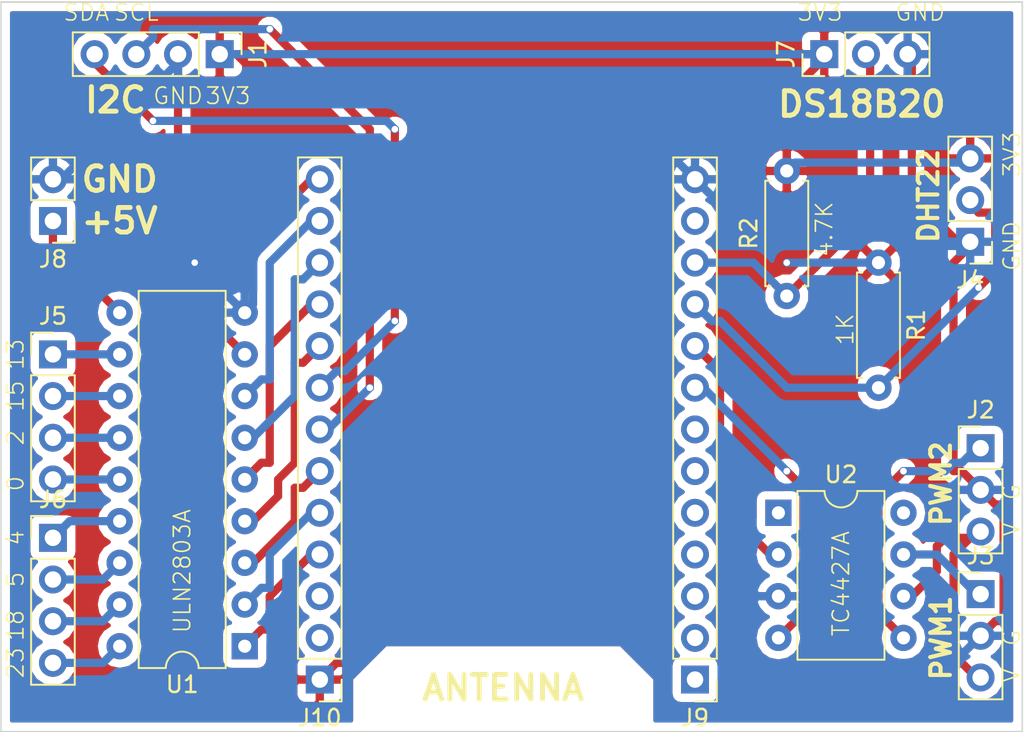
<source format=kicad_pcb>
(kicad_pcb (version 4) (host pcbnew 4.0.7)

  (general
    (links 42)
    (no_connects 0)
    (area 108.245 80.53 182.475 129.700001)
    (thickness 1.6)
    (drawings 38)
    (tracks 188)
    (zones 0)
    (modules 14)
    (nets 41)
  )

  (page A4)
  (layers
    (0 F.Cu signal)
    (31 B.Cu signal)
    (32 B.Adhes user)
    (33 F.Adhes user)
    (34 B.Paste user)
    (35 F.Paste user)
    (36 B.SilkS user)
    (37 F.SilkS user)
    (38 B.Mask user hide)
    (39 F.Mask user hide)
    (40 Dwgs.User user)
    (41 Cmts.User user)
    (42 Eco1.User user)
    (43 Eco2.User user)
    (44 Edge.Cuts user)
    (45 Margin user)
    (46 B.CrtYd user)
    (47 F.CrtYd user hide)
    (48 B.Fab user)
    (49 F.Fab user hide)
  )

  (setup
    (last_trace_width 0.5)
    (trace_clearance 0.2)
    (zone_clearance 0.508)
    (zone_45_only yes)
    (trace_min 0.5)
    (segment_width 0.2)
    (edge_width 0.1)
    (via_size 0.5)
    (via_drill 0.4)
    (via_min_size 0.4)
    (via_min_drill 0.3)
    (uvia_size 0.3)
    (uvia_drill 0.1)
    (uvias_allowed no)
    (uvia_min_size 0.2)
    (uvia_min_drill 0.1)
    (pcb_text_width 0.3)
    (pcb_text_size 1.5 1.5)
    (mod_edge_width 0.15)
    (mod_text_size 1 1)
    (mod_text_width 0.15)
    (pad_size 1.5 1.5)
    (pad_drill 0.6)
    (pad_to_mask_clearance 0)
    (aux_axis_origin 0 0)
    (visible_elements FFFEF7FF)
    (pcbplotparams
      (layerselection 0x01030_80000001)
      (usegerberextensions false)
      (excludeedgelayer true)
      (linewidth 0.100000)
      (plotframeref false)
      (viasonmask false)
      (mode 1)
      (useauxorigin false)
      (hpglpennumber 1)
      (hpglpenspeed 20)
      (hpglpendiameter 15)
      (hpglpenoverlay 2)
      (psnegative false)
      (psa4output false)
      (plotreference true)
      (plotvalue true)
      (plotinvisibletext false)
      (padsonsilk false)
      (subtractmaskfromsilk false)
      (outputformat 1)
      (mirror false)
      (drillshape 0)
      (scaleselection 1)
      (outputdirectory ""))
  )

  (net 0 "")
  (net 1 +3V3)
  (net 2 GND)
  (net 3 D17)
  (net 4 D16)
  (net 5 "Net-(J2-Pad1)")
  (net 6 VDD)
  (net 7 "Net-(J3-Pad1)")
  (net 8 D27)
  (net 9 "Net-(J5-Pad1)")
  (net 10 "Net-(J5-Pad2)")
  (net 11 "Net-(J5-Pad3)")
  (net 12 "Net-(J5-Pad4)")
  (net 13 "Net-(J6-Pad1)")
  (net 14 "Net-(J6-Pad2)")
  (net 15 "Net-(J6-Pad3)")
  (net 16 "Net-(J6-Pad4)")
  (net 17 D14)
  (net 18 +5V)
  (net 19 D23)
  (net 20 D18)
  (net 21 D5)
  (net 22 D4)
  (net 23 D0)
  (net 24 D2)
  (net 25 D15)
  (net 26 D13)
  (net 27 "Net-(U2-Pad1)")
  (net 28 D26)
  (net 29 D25)
  (net 30 "Net-(U2-Pad8)")
  (net 31 "Net-(J9-Pad1)")
  (net 32 "Net-(J9-Pad2)")
  (net 33 "Net-(J9-Pad3)")
  (net 34 "Net-(J9-Pad4)")
  (net 35 "Net-(J9-Pad5)")
  (net 36 "Net-(J9-Pad6)")
  (net 37 "Net-(J9-Pad7)")
  (net 38 "Net-(J9-Pad12)")
  (net 39 "Net-(J10-Pad2)")
  (net 40 "Net-(J10-Pad3)")

  (net_class Default "This is the default net class."
    (clearance 0.2)
    (trace_width 0.5)
    (via_dia 0.5)
    (via_drill 0.4)
    (uvia_dia 0.3)
    (uvia_drill 0.1)
    (add_net +3V3)
    (add_net +5V)
    (add_net D0)
    (add_net D13)
    (add_net D14)
    (add_net D15)
    (add_net D16)
    (add_net D17)
    (add_net D18)
    (add_net D2)
    (add_net D23)
    (add_net D25)
    (add_net D26)
    (add_net D27)
    (add_net D4)
    (add_net D5)
    (add_net GND)
    (add_net "Net-(J10-Pad2)")
    (add_net "Net-(J10-Pad3)")
    (add_net "Net-(J2-Pad1)")
    (add_net "Net-(J3-Pad1)")
    (add_net "Net-(J5-Pad1)")
    (add_net "Net-(J5-Pad2)")
    (add_net "Net-(J5-Pad3)")
    (add_net "Net-(J5-Pad4)")
    (add_net "Net-(J6-Pad1)")
    (add_net "Net-(J6-Pad2)")
    (add_net "Net-(J6-Pad3)")
    (add_net "Net-(J6-Pad4)")
    (add_net "Net-(J9-Pad1)")
    (add_net "Net-(J9-Pad12)")
    (add_net "Net-(J9-Pad2)")
    (add_net "Net-(J9-Pad3)")
    (add_net "Net-(J9-Pad4)")
    (add_net "Net-(J9-Pad5)")
    (add_net "Net-(J9-Pad6)")
    (add_net "Net-(J9-Pad7)")
    (add_net "Net-(U2-Pad1)")
    (add_net "Net-(U2-Pad8)")
    (add_net VDD)
  )

  (module Pin_Headers:Pin_Header_Straight_1x04_Pitch2.54mm (layer F.Cu) (tedit 5A96A5A5) (tstamp 5A96784E)
    (at 121.92 83.82 270)
    (descr "Through hole straight pin header, 1x04, 2.54mm pitch, single row")
    (tags "Through hole pin header THT 1x04 2.54mm single row")
    (path /5A78471C)
    (fp_text reference J1 (at 0 -2.33 270) (layer F.SilkS)
      (effects (font (size 1 1) (thickness 0.15)))
    )
    (fp_text value I2C (at 2.54 3.81 360) (layer F.Fab)
      (effects (font (size 1 1) (thickness 0.15)))
    )
    (fp_line (start -0.635 -1.27) (end 1.27 -1.27) (layer F.Fab) (width 0.1))
    (fp_line (start 1.27 -1.27) (end 1.27 8.89) (layer F.Fab) (width 0.1))
    (fp_line (start 1.27 8.89) (end -1.27 8.89) (layer F.Fab) (width 0.1))
    (fp_line (start -1.27 8.89) (end -1.27 -0.635) (layer F.Fab) (width 0.1))
    (fp_line (start -1.27 -0.635) (end -0.635 -1.27) (layer F.Fab) (width 0.1))
    (fp_line (start -1.33 8.95) (end 1.33 8.95) (layer F.SilkS) (width 0.12))
    (fp_line (start -1.33 1.27) (end -1.33 8.95) (layer F.SilkS) (width 0.12))
    (fp_line (start 1.33 1.27) (end 1.33 8.95) (layer F.SilkS) (width 0.12))
    (fp_line (start -1.33 1.27) (end 1.33 1.27) (layer F.SilkS) (width 0.12))
    (fp_line (start -1.33 0) (end -1.33 -1.33) (layer F.SilkS) (width 0.12))
    (fp_line (start -1.33 -1.33) (end 0 -1.33) (layer F.SilkS) (width 0.12))
    (fp_line (start -1.8 -1.8) (end -1.8 9.4) (layer F.CrtYd) (width 0.05))
    (fp_line (start -1.8 9.4) (end 1.8 9.4) (layer F.CrtYd) (width 0.05))
    (fp_line (start 1.8 9.4) (end 1.8 -1.8) (layer F.CrtYd) (width 0.05))
    (fp_line (start 1.8 -1.8) (end -1.8 -1.8) (layer F.CrtYd) (width 0.05))
    (fp_text user %R (at 0 3.81 360) (layer F.Fab)
      (effects (font (size 1 1) (thickness 0.15)))
    )
    (pad 1 thru_hole rect (at 0 0 270) (size 1.7 1.7) (drill 1) (layers *.Cu *.Mask)
      (net 1 +3V3))
    (pad 2 thru_hole oval (at 0 2.54 270) (size 1.7 1.7) (drill 1) (layers *.Cu *.Mask)
      (net 2 GND))
    (pad 3 thru_hole oval (at 0 5.08 270) (size 1.7 1.7) (drill 1) (layers *.Cu *.Mask)
      (net 3 D17))
    (pad 4 thru_hole oval (at 0 7.62 270) (size 1.7 1.7) (drill 1) (layers *.Cu *.Mask)
      (net 4 D16))
    (model ${KISYS3DMOD}/Pin_Headers.3dshapes/Pin_Header_Straight_1x04_Pitch2.54mm.wrl
      (at (xyz 0 0 0))
      (scale (xyz 1 1 1))
      (rotate (xyz 0 0 0))
    )
  )

  (module Pin_Headers:Pin_Header_Straight_1x03_Pitch2.54mm (layer F.Cu) (tedit 5A96A654) (tstamp 5A967865)
    (at 168.275 107.823)
    (descr "Through hole straight pin header, 1x03, 2.54mm pitch, single row")
    (tags "Through hole pin header THT 1x03 2.54mm single row")
    (path /5A773CAE)
    (fp_text reference J2 (at 0 -2.33) (layer F.SilkS)
      (effects (font (size 1 1) (thickness 0.15)))
    )
    (fp_text value PWM2 (at -2.54 2.54 90) (layer F.Fab)
      (effects (font (size 1 1) (thickness 0.15)))
    )
    (fp_line (start -0.635 -1.27) (end 1.27 -1.27) (layer F.Fab) (width 0.1))
    (fp_line (start 1.27 -1.27) (end 1.27 6.35) (layer F.Fab) (width 0.1))
    (fp_line (start 1.27 6.35) (end -1.27 6.35) (layer F.Fab) (width 0.1))
    (fp_line (start -1.27 6.35) (end -1.27 -0.635) (layer F.Fab) (width 0.1))
    (fp_line (start -1.27 -0.635) (end -0.635 -1.27) (layer F.Fab) (width 0.1))
    (fp_line (start -1.33 6.41) (end 1.33 6.41) (layer F.SilkS) (width 0.12))
    (fp_line (start -1.33 1.27) (end -1.33 6.41) (layer F.SilkS) (width 0.12))
    (fp_line (start 1.33 1.27) (end 1.33 6.41) (layer F.SilkS) (width 0.12))
    (fp_line (start -1.33 1.27) (end 1.33 1.27) (layer F.SilkS) (width 0.12))
    (fp_line (start -1.33 0) (end -1.33 -1.33) (layer F.SilkS) (width 0.12))
    (fp_line (start -1.33 -1.33) (end 0 -1.33) (layer F.SilkS) (width 0.12))
    (fp_line (start -1.8 -1.8) (end -1.8 6.85) (layer F.CrtYd) (width 0.05))
    (fp_line (start -1.8 6.85) (end 1.8 6.85) (layer F.CrtYd) (width 0.05))
    (fp_line (start 1.8 6.85) (end 1.8 -1.8) (layer F.CrtYd) (width 0.05))
    (fp_line (start 1.8 -1.8) (end -1.8 -1.8) (layer F.CrtYd) (width 0.05))
    (fp_text user %R (at 0 2.54 90) (layer F.Fab)
      (effects (font (size 1 1) (thickness 0.15)))
    )
    (pad 1 thru_hole rect (at 0 0) (size 1.7 1.7) (drill 1) (layers *.Cu *.Mask)
      (net 5 "Net-(J2-Pad1)"))
    (pad 2 thru_hole oval (at 0 2.54) (size 1.7 1.7) (drill 1) (layers *.Cu *.Mask)
      (net 2 GND))
    (pad 3 thru_hole oval (at 0 5.08) (size 1.7 1.7) (drill 1) (layers *.Cu *.Mask)
      (net 6 VDD))
    (model ${KISYS3DMOD}/Pin_Headers.3dshapes/Pin_Header_Straight_1x03_Pitch2.54mm.wrl
      (at (xyz 0 0 0))
      (scale (xyz 1 1 1))
      (rotate (xyz 0 0 0))
    )
  )

  (module Pin_Headers:Pin_Header_Straight_1x03_Pitch2.54mm (layer F.Cu) (tedit 5A96A657) (tstamp 5A96787C)
    (at 168.275 116.713)
    (descr "Through hole straight pin header, 1x03, 2.54mm pitch, single row")
    (tags "Through hole pin header THT 1x03 2.54mm single row")
    (path /5A773CEB)
    (fp_text reference J3 (at 0 -2.33) (layer F.SilkS)
      (effects (font (size 1 1) (thickness 0.15)))
    )
    (fp_text value PWM1 (at -2.54 2.54 90) (layer F.Fab)
      (effects (font (size 1 1) (thickness 0.15)))
    )
    (fp_line (start -0.635 -1.27) (end 1.27 -1.27) (layer F.Fab) (width 0.1))
    (fp_line (start 1.27 -1.27) (end 1.27 6.35) (layer F.Fab) (width 0.1))
    (fp_line (start 1.27 6.35) (end -1.27 6.35) (layer F.Fab) (width 0.1))
    (fp_line (start -1.27 6.35) (end -1.27 -0.635) (layer F.Fab) (width 0.1))
    (fp_line (start -1.27 -0.635) (end -0.635 -1.27) (layer F.Fab) (width 0.1))
    (fp_line (start -1.33 6.41) (end 1.33 6.41) (layer F.SilkS) (width 0.12))
    (fp_line (start -1.33 1.27) (end -1.33 6.41) (layer F.SilkS) (width 0.12))
    (fp_line (start 1.33 1.27) (end 1.33 6.41) (layer F.SilkS) (width 0.12))
    (fp_line (start -1.33 1.27) (end 1.33 1.27) (layer F.SilkS) (width 0.12))
    (fp_line (start -1.33 0) (end -1.33 -1.33) (layer F.SilkS) (width 0.12))
    (fp_line (start -1.33 -1.33) (end 0 -1.33) (layer F.SilkS) (width 0.12))
    (fp_line (start -1.8 -1.8) (end -1.8 6.85) (layer F.CrtYd) (width 0.05))
    (fp_line (start -1.8 6.85) (end 1.8 6.85) (layer F.CrtYd) (width 0.05))
    (fp_line (start 1.8 6.85) (end 1.8 -1.8) (layer F.CrtYd) (width 0.05))
    (fp_line (start 1.8 -1.8) (end -1.8 -1.8) (layer F.CrtYd) (width 0.05))
    (fp_text user %R (at 0 2.54 90) (layer F.Fab)
      (effects (font (size 1 1) (thickness 0.15)))
    )
    (pad 1 thru_hole rect (at 0 0) (size 1.7 1.7) (drill 1) (layers *.Cu *.Mask)
      (net 7 "Net-(J3-Pad1)"))
    (pad 2 thru_hole oval (at 0 2.54) (size 1.7 1.7) (drill 1) (layers *.Cu *.Mask)
      (net 2 GND))
    (pad 3 thru_hole oval (at 0 5.08) (size 1.7 1.7) (drill 1) (layers *.Cu *.Mask)
      (net 6 VDD))
    (model ${KISYS3DMOD}/Pin_Headers.3dshapes/Pin_Header_Straight_1x03_Pitch2.54mm.wrl
      (at (xyz 0 0 0))
      (scale (xyz 1 1 1))
      (rotate (xyz 0 0 0))
    )
  )

  (module Pin_Headers:Pin_Header_Straight_1x03_Pitch2.54mm (layer F.Cu) (tedit 5A96A630) (tstamp 5A967893)
    (at 167.64 95.25 180)
    (descr "Through hole straight pin header, 1x03, 2.54mm pitch, single row")
    (tags "Through hole pin header THT 1x03 2.54mm single row")
    (path /5A773D22)
    (fp_text reference J4 (at 0 -2.33 180) (layer F.SilkS)
      (effects (font (size 1 1) (thickness 0.15)))
    )
    (fp_text value DHT22 (at -2.54 2.54 270) (layer F.Fab)
      (effects (font (size 1 1) (thickness 0.15)))
    )
    (fp_line (start -0.635 -1.27) (end 1.27 -1.27) (layer F.Fab) (width 0.1))
    (fp_line (start 1.27 -1.27) (end 1.27 6.35) (layer F.Fab) (width 0.1))
    (fp_line (start 1.27 6.35) (end -1.27 6.35) (layer F.Fab) (width 0.1))
    (fp_line (start -1.27 6.35) (end -1.27 -0.635) (layer F.Fab) (width 0.1))
    (fp_line (start -1.27 -0.635) (end -0.635 -1.27) (layer F.Fab) (width 0.1))
    (fp_line (start -1.33 6.41) (end 1.33 6.41) (layer F.SilkS) (width 0.12))
    (fp_line (start -1.33 1.27) (end -1.33 6.41) (layer F.SilkS) (width 0.12))
    (fp_line (start 1.33 1.27) (end 1.33 6.41) (layer F.SilkS) (width 0.12))
    (fp_line (start -1.33 1.27) (end 1.33 1.27) (layer F.SilkS) (width 0.12))
    (fp_line (start -1.33 0) (end -1.33 -1.33) (layer F.SilkS) (width 0.12))
    (fp_line (start -1.33 -1.33) (end 0 -1.33) (layer F.SilkS) (width 0.12))
    (fp_line (start -1.8 -1.8) (end -1.8 6.85) (layer F.CrtYd) (width 0.05))
    (fp_line (start -1.8 6.85) (end 1.8 6.85) (layer F.CrtYd) (width 0.05))
    (fp_line (start 1.8 6.85) (end 1.8 -1.8) (layer F.CrtYd) (width 0.05))
    (fp_line (start 1.8 -1.8) (end -1.8 -1.8) (layer F.CrtYd) (width 0.05))
    (fp_text user %R (at 0 2.54 270) (layer F.Fab)
      (effects (font (size 1 1) (thickness 0.15)))
    )
    (pad 1 thru_hole rect (at 0 0 180) (size 1.7 1.7) (drill 1) (layers *.Cu *.Mask)
      (net 2 GND))
    (pad 2 thru_hole oval (at 0 2.54 180) (size 1.7 1.7) (drill 1) (layers *.Cu *.Mask)
      (net 8 D27))
    (pad 3 thru_hole oval (at 0 5.08 180) (size 1.7 1.7) (drill 1) (layers *.Cu *.Mask)
      (net 1 +3V3))
    (model ${KISYS3DMOD}/Pin_Headers.3dshapes/Pin_Header_Straight_1x03_Pitch2.54mm.wrl
      (at (xyz 0 0 0))
      (scale (xyz 1 1 1))
      (rotate (xyz 0 0 0))
    )
  )

  (module Pin_Headers:Pin_Header_Straight_1x04_Pitch2.54mm (layer F.Cu) (tedit 5A96A5F7) (tstamp 5A9678AB)
    (at 111.76 102.108)
    (descr "Through hole straight pin header, 1x04, 2.54mm pitch, single row")
    (tags "Through hole pin header THT 1x04 2.54mm single row")
    (path /5A773E20)
    (fp_text reference J5 (at 0 -2.33) (layer F.SilkS)
      (effects (font (size 1 1) (thickness 0.15)))
    )
    (fp_text value P5-8 (at -2.54 5.08 90) (layer F.Fab)
      (effects (font (size 1 1) (thickness 0.15)))
    )
    (fp_line (start -0.635 -1.27) (end 1.27 -1.27) (layer F.Fab) (width 0.1))
    (fp_line (start 1.27 -1.27) (end 1.27 8.89) (layer F.Fab) (width 0.1))
    (fp_line (start 1.27 8.89) (end -1.27 8.89) (layer F.Fab) (width 0.1))
    (fp_line (start -1.27 8.89) (end -1.27 -0.635) (layer F.Fab) (width 0.1))
    (fp_line (start -1.27 -0.635) (end -0.635 -1.27) (layer F.Fab) (width 0.1))
    (fp_line (start -1.33 8.95) (end 1.33 8.95) (layer F.SilkS) (width 0.12))
    (fp_line (start -1.33 1.27) (end -1.33 8.95) (layer F.SilkS) (width 0.12))
    (fp_line (start 1.33 1.27) (end 1.33 8.95) (layer F.SilkS) (width 0.12))
    (fp_line (start -1.33 1.27) (end 1.33 1.27) (layer F.SilkS) (width 0.12))
    (fp_line (start -1.33 0) (end -1.33 -1.33) (layer F.SilkS) (width 0.12))
    (fp_line (start -1.33 -1.33) (end 0 -1.33) (layer F.SilkS) (width 0.12))
    (fp_line (start -1.8 -1.8) (end -1.8 9.4) (layer F.CrtYd) (width 0.05))
    (fp_line (start -1.8 9.4) (end 1.8 9.4) (layer F.CrtYd) (width 0.05))
    (fp_line (start 1.8 9.4) (end 1.8 -1.8) (layer F.CrtYd) (width 0.05))
    (fp_line (start 1.8 -1.8) (end -1.8 -1.8) (layer F.CrtYd) (width 0.05))
    (fp_text user %R (at 0 3.81 90) (layer F.Fab)
      (effects (font (size 1 1) (thickness 0.15)))
    )
    (pad 1 thru_hole rect (at 0 0) (size 1.7 1.7) (drill 1) (layers *.Cu *.Mask)
      (net 9 "Net-(J5-Pad1)"))
    (pad 2 thru_hole oval (at 0 2.54) (size 1.7 1.7) (drill 1) (layers *.Cu *.Mask)
      (net 10 "Net-(J5-Pad2)"))
    (pad 3 thru_hole oval (at 0 5.08) (size 1.7 1.7) (drill 1) (layers *.Cu *.Mask)
      (net 11 "Net-(J5-Pad3)"))
    (pad 4 thru_hole oval (at 0 7.62) (size 1.7 1.7) (drill 1) (layers *.Cu *.Mask)
      (net 12 "Net-(J5-Pad4)"))
    (model ${KISYS3DMOD}/Pin_Headers.3dshapes/Pin_Header_Straight_1x04_Pitch2.54mm.wrl
      (at (xyz 0 0 0))
      (scale (xyz 1 1 1))
      (rotate (xyz 0 0 0))
    )
  )

  (module Pin_Headers:Pin_Header_Straight_1x04_Pitch2.54mm (layer F.Cu) (tedit 5A96A5E9) (tstamp 5A9678C3)
    (at 111.76 113.284)
    (descr "Through hole straight pin header, 1x04, 2.54mm pitch, single row")
    (tags "Through hole pin header THT 1x04 2.54mm single row")
    (path /5A78393A)
    (fp_text reference J6 (at 0 -2.33) (layer F.SilkS)
      (effects (font (size 1 1) (thickness 0.15)))
    )
    (fp_text value P1-4 (at -2.54 5.08 90) (layer F.Fab)
      (effects (font (size 1 1) (thickness 0.15)))
    )
    (fp_line (start -0.635 -1.27) (end 1.27 -1.27) (layer F.Fab) (width 0.1))
    (fp_line (start 1.27 -1.27) (end 1.27 8.89) (layer F.Fab) (width 0.1))
    (fp_line (start 1.27 8.89) (end -1.27 8.89) (layer F.Fab) (width 0.1))
    (fp_line (start -1.27 8.89) (end -1.27 -0.635) (layer F.Fab) (width 0.1))
    (fp_line (start -1.27 -0.635) (end -0.635 -1.27) (layer F.Fab) (width 0.1))
    (fp_line (start -1.33 8.95) (end 1.33 8.95) (layer F.SilkS) (width 0.12))
    (fp_line (start -1.33 1.27) (end -1.33 8.95) (layer F.SilkS) (width 0.12))
    (fp_line (start 1.33 1.27) (end 1.33 8.95) (layer F.SilkS) (width 0.12))
    (fp_line (start -1.33 1.27) (end 1.33 1.27) (layer F.SilkS) (width 0.12))
    (fp_line (start -1.33 0) (end -1.33 -1.33) (layer F.SilkS) (width 0.12))
    (fp_line (start -1.33 -1.33) (end 0 -1.33) (layer F.SilkS) (width 0.12))
    (fp_line (start -1.8 -1.8) (end -1.8 9.4) (layer F.CrtYd) (width 0.05))
    (fp_line (start -1.8 9.4) (end 1.8 9.4) (layer F.CrtYd) (width 0.05))
    (fp_line (start 1.8 9.4) (end 1.8 -1.8) (layer F.CrtYd) (width 0.05))
    (fp_line (start 1.8 -1.8) (end -1.8 -1.8) (layer F.CrtYd) (width 0.05))
    (fp_text user %R (at 0 3.81 90) (layer F.Fab)
      (effects (font (size 1 1) (thickness 0.15)))
    )
    (pad 1 thru_hole rect (at 0 0) (size 1.7 1.7) (drill 1) (layers *.Cu *.Mask)
      (net 13 "Net-(J6-Pad1)"))
    (pad 2 thru_hole oval (at 0 2.54) (size 1.7 1.7) (drill 1) (layers *.Cu *.Mask)
      (net 14 "Net-(J6-Pad2)"))
    (pad 3 thru_hole oval (at 0 5.08) (size 1.7 1.7) (drill 1) (layers *.Cu *.Mask)
      (net 15 "Net-(J6-Pad3)"))
    (pad 4 thru_hole oval (at 0 7.62) (size 1.7 1.7) (drill 1) (layers *.Cu *.Mask)
      (net 16 "Net-(J6-Pad4)"))
    (model ${KISYS3DMOD}/Pin_Headers.3dshapes/Pin_Header_Straight_1x04_Pitch2.54mm.wrl
      (at (xyz 0 0 0))
      (scale (xyz 1 1 1))
      (rotate (xyz 0 0 0))
    )
  )

  (module Pin_Headers:Pin_Header_Straight_1x03_Pitch2.54mm (layer F.Cu) (tedit 5A96A63F) (tstamp 5A9678DA)
    (at 158.75 83.82 90)
    (descr "Through hole straight pin header, 1x03, 2.54mm pitch, single row")
    (tags "Through hole pin header THT 1x03 2.54mm single row")
    (path /5A929537)
    (fp_text reference J7 (at 0 -2.33 90) (layer F.SilkS)
      (effects (font (size 1 1) (thickness 0.15)))
    )
    (fp_text value DS18B20 (at -2.54 2.54 180) (layer F.Fab)
      (effects (font (size 1 1) (thickness 0.15)))
    )
    (fp_line (start -0.635 -1.27) (end 1.27 -1.27) (layer F.Fab) (width 0.1))
    (fp_line (start 1.27 -1.27) (end 1.27 6.35) (layer F.Fab) (width 0.1))
    (fp_line (start 1.27 6.35) (end -1.27 6.35) (layer F.Fab) (width 0.1))
    (fp_line (start -1.27 6.35) (end -1.27 -0.635) (layer F.Fab) (width 0.1))
    (fp_line (start -1.27 -0.635) (end -0.635 -1.27) (layer F.Fab) (width 0.1))
    (fp_line (start -1.33 6.41) (end 1.33 6.41) (layer F.SilkS) (width 0.12))
    (fp_line (start -1.33 1.27) (end -1.33 6.41) (layer F.SilkS) (width 0.12))
    (fp_line (start 1.33 1.27) (end 1.33 6.41) (layer F.SilkS) (width 0.12))
    (fp_line (start -1.33 1.27) (end 1.33 1.27) (layer F.SilkS) (width 0.12))
    (fp_line (start -1.33 0) (end -1.33 -1.33) (layer F.SilkS) (width 0.12))
    (fp_line (start -1.33 -1.33) (end 0 -1.33) (layer F.SilkS) (width 0.12))
    (fp_line (start -1.8 -1.8) (end -1.8 6.85) (layer F.CrtYd) (width 0.05))
    (fp_line (start -1.8 6.85) (end 1.8 6.85) (layer F.CrtYd) (width 0.05))
    (fp_line (start 1.8 6.85) (end 1.8 -1.8) (layer F.CrtYd) (width 0.05))
    (fp_line (start 1.8 -1.8) (end -1.8 -1.8) (layer F.CrtYd) (width 0.05))
    (fp_text user %R (at 0 2.54 180) (layer F.Fab)
      (effects (font (size 1 1) (thickness 0.15)))
    )
    (pad 1 thru_hole rect (at 0 0 90) (size 1.7 1.7) (drill 1) (layers *.Cu *.Mask)
      (net 1 +3V3))
    (pad 2 thru_hole oval (at 0 2.54 90) (size 1.7 1.7) (drill 1) (layers *.Cu *.Mask)
      (net 17 D14))
    (pad 3 thru_hole oval (at 0 5.08 90) (size 1.7 1.7) (drill 1) (layers *.Cu *.Mask)
      (net 2 GND))
    (model ${KISYS3DMOD}/Pin_Headers.3dshapes/Pin_Header_Straight_1x03_Pitch2.54mm.wrl
      (at (xyz 0 0 0))
      (scale (xyz 1 1 1))
      (rotate (xyz 0 0 0))
    )
  )

  (module Pin_Headers:Pin_Header_Straight_1x02_Pitch2.54mm (layer F.Cu) (tedit 5A96A5C6) (tstamp 5A9678F0)
    (at 111.76 93.98 180)
    (descr "Through hole straight pin header, 1x02, 2.54mm pitch, single row")
    (tags "Through hole pin header THT 1x02 2.54mm single row")
    (path /5A93DA7C)
    (fp_text reference J8 (at 0 -2.33 180) (layer F.SilkS)
      (effects (font (size 1 1) (thickness 0.15)))
    )
    (fp_text value +5V (at 2.54 1.27 270) (layer F.Fab)
      (effects (font (size 1 1) (thickness 0.15)))
    )
    (fp_line (start -0.635 -1.27) (end 1.27 -1.27) (layer F.Fab) (width 0.1))
    (fp_line (start 1.27 -1.27) (end 1.27 3.81) (layer F.Fab) (width 0.1))
    (fp_line (start 1.27 3.81) (end -1.27 3.81) (layer F.Fab) (width 0.1))
    (fp_line (start -1.27 3.81) (end -1.27 -0.635) (layer F.Fab) (width 0.1))
    (fp_line (start -1.27 -0.635) (end -0.635 -1.27) (layer F.Fab) (width 0.1))
    (fp_line (start -1.33 3.87) (end 1.33 3.87) (layer F.SilkS) (width 0.12))
    (fp_line (start -1.33 1.27) (end -1.33 3.87) (layer F.SilkS) (width 0.12))
    (fp_line (start 1.33 1.27) (end 1.33 3.87) (layer F.SilkS) (width 0.12))
    (fp_line (start -1.33 1.27) (end 1.33 1.27) (layer F.SilkS) (width 0.12))
    (fp_line (start -1.33 0) (end -1.33 -1.33) (layer F.SilkS) (width 0.12))
    (fp_line (start -1.33 -1.33) (end 0 -1.33) (layer F.SilkS) (width 0.12))
    (fp_line (start -1.8 -1.8) (end -1.8 4.35) (layer F.CrtYd) (width 0.05))
    (fp_line (start -1.8 4.35) (end 1.8 4.35) (layer F.CrtYd) (width 0.05))
    (fp_line (start 1.8 4.35) (end 1.8 -1.8) (layer F.CrtYd) (width 0.05))
    (fp_line (start 1.8 -1.8) (end -1.8 -1.8) (layer F.CrtYd) (width 0.05))
    (fp_text user %R (at 0 1.27 270) (layer F.Fab)
      (effects (font (size 1 1) (thickness 0.15)))
    )
    (pad 1 thru_hole rect (at 0 0 180) (size 1.7 1.7) (drill 1) (layers *.Cu *.Mask)
      (net 18 +5V))
    (pad 2 thru_hole oval (at 0 2.54 180) (size 1.7 1.7) (drill 1) (layers *.Cu *.Mask)
      (net 2 GND))
    (model ${KISYS3DMOD}/Pin_Headers.3dshapes/Pin_Header_Straight_1x02_Pitch2.54mm.wrl
      (at (xyz 0 0 0))
      (scale (xyz 1 1 1))
      (rotate (xyz 0 0 0))
    )
  )

  (module Resistors_THT:R_Axial_DIN0207_L6.3mm_D2.5mm_P7.62mm_Horizontal (layer F.Cu) (tedit 5874F706) (tstamp 5A967906)
    (at 162.052 96.52 270)
    (descr "Resistor, Axial_DIN0207 series, Axial, Horizontal, pin pitch=7.62mm, 0.25W = 1/4W, length*diameter=6.3*2.5mm^2, http://cdn-reichelt.de/documents/datenblatt/B400/1_4W%23YAG.pdf")
    (tags "Resistor Axial_DIN0207 series Axial Horizontal pin pitch 7.62mm 0.25W = 1/4W length 6.3mm diameter 2.5mm")
    (path /5A7843A3)
    (fp_text reference R1 (at 3.81 -2.31 270) (layer F.SilkS)
      (effects (font (size 1 1) (thickness 0.15)))
    )
    (fp_text value 1k (at 3.81 2.31 270) (layer F.Fab)
      (effects (font (size 1 1) (thickness 0.15)))
    )
    (fp_line (start 0.66 -1.25) (end 0.66 1.25) (layer F.Fab) (width 0.1))
    (fp_line (start 0.66 1.25) (end 6.96 1.25) (layer F.Fab) (width 0.1))
    (fp_line (start 6.96 1.25) (end 6.96 -1.25) (layer F.Fab) (width 0.1))
    (fp_line (start 6.96 -1.25) (end 0.66 -1.25) (layer F.Fab) (width 0.1))
    (fp_line (start 0 0) (end 0.66 0) (layer F.Fab) (width 0.1))
    (fp_line (start 7.62 0) (end 6.96 0) (layer F.Fab) (width 0.1))
    (fp_line (start 0.6 -0.98) (end 0.6 -1.31) (layer F.SilkS) (width 0.12))
    (fp_line (start 0.6 -1.31) (end 7.02 -1.31) (layer F.SilkS) (width 0.12))
    (fp_line (start 7.02 -1.31) (end 7.02 -0.98) (layer F.SilkS) (width 0.12))
    (fp_line (start 0.6 0.98) (end 0.6 1.31) (layer F.SilkS) (width 0.12))
    (fp_line (start 0.6 1.31) (end 7.02 1.31) (layer F.SilkS) (width 0.12))
    (fp_line (start 7.02 1.31) (end 7.02 0.98) (layer F.SilkS) (width 0.12))
    (fp_line (start -1.05 -1.6) (end -1.05 1.6) (layer F.CrtYd) (width 0.05))
    (fp_line (start -1.05 1.6) (end 8.7 1.6) (layer F.CrtYd) (width 0.05))
    (fp_line (start 8.7 1.6) (end 8.7 -1.6) (layer F.CrtYd) (width 0.05))
    (fp_line (start 8.7 -1.6) (end -1.05 -1.6) (layer F.CrtYd) (width 0.05))
    (pad 1 thru_hole circle (at 0 0 270) (size 1.6 1.6) (drill 0.8) (layers *.Cu *.Mask)
      (net 1 +3V3))
    (pad 2 thru_hole oval (at 7.62 0 270) (size 1.6 1.6) (drill 0.8) (layers *.Cu *.Mask)
      (net 8 D27))
    (model ${KISYS3DMOD}/Resistors_THT.3dshapes/R_Axial_DIN0207_L6.3mm_D2.5mm_P7.62mm_Horizontal.wrl
      (at (xyz 0 0 0))
      (scale (xyz 0.393701 0.393701 0.393701))
      (rotate (xyz 0 0 0))
    )
  )

  (module Resistors_THT:R_Axial_DIN0207_L6.3mm_D2.5mm_P7.62mm_Horizontal (layer F.Cu) (tedit 5874F706) (tstamp 5A96791C)
    (at 156.464 98.552 90)
    (descr "Resistor, Axial_DIN0207 series, Axial, Horizontal, pin pitch=7.62mm, 0.25W = 1/4W, length*diameter=6.3*2.5mm^2, http://cdn-reichelt.de/documents/datenblatt/B400/1_4W%23YAG.pdf")
    (tags "Resistor Axial_DIN0207 series Axial Horizontal pin pitch 7.62mm 0.25W = 1/4W length 6.3mm diameter 2.5mm")
    (path /5A92984B)
    (fp_text reference R2 (at 3.81 -2.31 90) (layer F.SilkS)
      (effects (font (size 1 1) (thickness 0.15)))
    )
    (fp_text value 4.7k (at 3.81 2.31 90) (layer F.Fab)
      (effects (font (size 1 1) (thickness 0.15)))
    )
    (fp_line (start 0.66 -1.25) (end 0.66 1.25) (layer F.Fab) (width 0.1))
    (fp_line (start 0.66 1.25) (end 6.96 1.25) (layer F.Fab) (width 0.1))
    (fp_line (start 6.96 1.25) (end 6.96 -1.25) (layer F.Fab) (width 0.1))
    (fp_line (start 6.96 -1.25) (end 0.66 -1.25) (layer F.Fab) (width 0.1))
    (fp_line (start 0 0) (end 0.66 0) (layer F.Fab) (width 0.1))
    (fp_line (start 7.62 0) (end 6.96 0) (layer F.Fab) (width 0.1))
    (fp_line (start 0.6 -0.98) (end 0.6 -1.31) (layer F.SilkS) (width 0.12))
    (fp_line (start 0.6 -1.31) (end 7.02 -1.31) (layer F.SilkS) (width 0.12))
    (fp_line (start 7.02 -1.31) (end 7.02 -0.98) (layer F.SilkS) (width 0.12))
    (fp_line (start 0.6 0.98) (end 0.6 1.31) (layer F.SilkS) (width 0.12))
    (fp_line (start 0.6 1.31) (end 7.02 1.31) (layer F.SilkS) (width 0.12))
    (fp_line (start 7.02 1.31) (end 7.02 0.98) (layer F.SilkS) (width 0.12))
    (fp_line (start -1.05 -1.6) (end -1.05 1.6) (layer F.CrtYd) (width 0.05))
    (fp_line (start -1.05 1.6) (end 8.7 1.6) (layer F.CrtYd) (width 0.05))
    (fp_line (start 8.7 1.6) (end 8.7 -1.6) (layer F.CrtYd) (width 0.05))
    (fp_line (start 8.7 -1.6) (end -1.05 -1.6) (layer F.CrtYd) (width 0.05))
    (pad 1 thru_hole circle (at 0 0 90) (size 1.6 1.6) (drill 0.8) (layers *.Cu *.Mask)
      (net 17 D14))
    (pad 2 thru_hole oval (at 7.62 0 90) (size 1.6 1.6) (drill 0.8) (layers *.Cu *.Mask)
      (net 1 +3V3))
    (model ${KISYS3DMOD}/Resistors_THT.3dshapes/R_Axial_DIN0207_L6.3mm_D2.5mm_P7.62mm_Horizontal.wrl
      (at (xyz 0 0 0))
      (scale (xyz 0.393701 0.393701 0.393701))
      (rotate (xyz 0 0 0))
    )
  )

  (module Housings_DIP:DIP-18_W7.62mm (layer F.Cu) (tedit 59C78D6B) (tstamp 5A967942)
    (at 123.444 119.888 180)
    (descr "18-lead though-hole mounted DIP package, row spacing 7.62 mm (300 mils)")
    (tags "THT DIP DIL PDIP 2.54mm 7.62mm 300mil")
    (path /5A7837D6)
    (fp_text reference U1 (at 3.81 -2.33 180) (layer F.SilkS)
      (effects (font (size 1 1) (thickness 0.15)))
    )
    (fp_text value ULN2803A (at 3.81 22.65 180) (layer F.Fab)
      (effects (font (size 1 1) (thickness 0.15)))
    )
    (fp_arc (start 3.81 -1.33) (end 2.81 -1.33) (angle -180) (layer F.SilkS) (width 0.12))
    (fp_line (start 1.635 -1.27) (end 6.985 -1.27) (layer F.Fab) (width 0.1))
    (fp_line (start 6.985 -1.27) (end 6.985 21.59) (layer F.Fab) (width 0.1))
    (fp_line (start 6.985 21.59) (end 0.635 21.59) (layer F.Fab) (width 0.1))
    (fp_line (start 0.635 21.59) (end 0.635 -0.27) (layer F.Fab) (width 0.1))
    (fp_line (start 0.635 -0.27) (end 1.635 -1.27) (layer F.Fab) (width 0.1))
    (fp_line (start 2.81 -1.33) (end 1.16 -1.33) (layer F.SilkS) (width 0.12))
    (fp_line (start 1.16 -1.33) (end 1.16 21.65) (layer F.SilkS) (width 0.12))
    (fp_line (start 1.16 21.65) (end 6.46 21.65) (layer F.SilkS) (width 0.12))
    (fp_line (start 6.46 21.65) (end 6.46 -1.33) (layer F.SilkS) (width 0.12))
    (fp_line (start 6.46 -1.33) (end 4.81 -1.33) (layer F.SilkS) (width 0.12))
    (fp_line (start -1.1 -1.55) (end -1.1 21.85) (layer F.CrtYd) (width 0.05))
    (fp_line (start -1.1 21.85) (end 8.7 21.85) (layer F.CrtYd) (width 0.05))
    (fp_line (start 8.7 21.85) (end 8.7 -1.55) (layer F.CrtYd) (width 0.05))
    (fp_line (start 8.7 -1.55) (end -1.1 -1.55) (layer F.CrtYd) (width 0.05))
    (fp_text user %R (at 3.81 10.16 180) (layer F.Fab)
      (effects (font (size 1 1) (thickness 0.15)))
    )
    (pad 1 thru_hole rect (at 0 0 180) (size 1.6 1.6) (drill 0.8) (layers *.Cu *.Mask)
      (net 19 D23))
    (pad 10 thru_hole oval (at 7.62 20.32 180) (size 1.6 1.6) (drill 0.8) (layers *.Cu *.Mask)
      (net 18 +5V))
    (pad 2 thru_hole oval (at 0 2.54 180) (size 1.6 1.6) (drill 0.8) (layers *.Cu *.Mask)
      (net 20 D18))
    (pad 11 thru_hole oval (at 7.62 17.78 180) (size 1.6 1.6) (drill 0.8) (layers *.Cu *.Mask)
      (net 9 "Net-(J5-Pad1)"))
    (pad 3 thru_hole oval (at 0 5.08 180) (size 1.6 1.6) (drill 0.8) (layers *.Cu *.Mask)
      (net 21 D5))
    (pad 12 thru_hole oval (at 7.62 15.24 180) (size 1.6 1.6) (drill 0.8) (layers *.Cu *.Mask)
      (net 10 "Net-(J5-Pad2)"))
    (pad 4 thru_hole oval (at 0 7.62 180) (size 1.6 1.6) (drill 0.8) (layers *.Cu *.Mask)
      (net 22 D4))
    (pad 13 thru_hole oval (at 7.62 12.7 180) (size 1.6 1.6) (drill 0.8) (layers *.Cu *.Mask)
      (net 11 "Net-(J5-Pad3)"))
    (pad 5 thru_hole oval (at 0 10.16 180) (size 1.6 1.6) (drill 0.8) (layers *.Cu *.Mask)
      (net 23 D0))
    (pad 14 thru_hole oval (at 7.62 10.16 180) (size 1.6 1.6) (drill 0.8) (layers *.Cu *.Mask)
      (net 12 "Net-(J5-Pad4)"))
    (pad 6 thru_hole oval (at 0 12.7 180) (size 1.6 1.6) (drill 0.8) (layers *.Cu *.Mask)
      (net 24 D2))
    (pad 15 thru_hole oval (at 7.62 7.62 180) (size 1.6 1.6) (drill 0.8) (layers *.Cu *.Mask)
      (net 13 "Net-(J6-Pad1)"))
    (pad 7 thru_hole oval (at 0 15.24 180) (size 1.6 1.6) (drill 0.8) (layers *.Cu *.Mask)
      (net 25 D15))
    (pad 16 thru_hole oval (at 7.62 5.08 180) (size 1.6 1.6) (drill 0.8) (layers *.Cu *.Mask)
      (net 14 "Net-(J6-Pad2)"))
    (pad 8 thru_hole oval (at 0 17.78 180) (size 1.6 1.6) (drill 0.8) (layers *.Cu *.Mask)
      (net 26 D13))
    (pad 17 thru_hole oval (at 7.62 2.54 180) (size 1.6 1.6) (drill 0.8) (layers *.Cu *.Mask)
      (net 15 "Net-(J6-Pad3)"))
    (pad 9 thru_hole oval (at 0 20.32 180) (size 1.6 1.6) (drill 0.8) (layers *.Cu *.Mask)
      (net 2 GND))
    (pad 18 thru_hole oval (at 7.62 0 180) (size 1.6 1.6) (drill 0.8) (layers *.Cu *.Mask)
      (net 16 "Net-(J6-Pad4)"))
    (model ${KISYS3DMOD}/Housings_DIP.3dshapes/DIP-18_W7.62mm.wrl
      (at (xyz 0 0 0))
      (scale (xyz 1 1 1))
      (rotate (xyz 0 0 0))
    )
  )

  (module Housings_DIP:DIP-8_W7.62mm (layer F.Cu) (tedit 59C78D6B) (tstamp 5A96795E)
    (at 155.956 111.76)
    (descr "8-lead though-hole mounted DIP package, row spacing 7.62 mm (300 mils)")
    (tags "THT DIP DIL PDIP 2.54mm 7.62mm 300mil")
    (path /5A7762D7)
    (fp_text reference U2 (at 3.81 -2.33) (layer F.SilkS)
      (effects (font (size 1 1) (thickness 0.15)))
    )
    (fp_text value TC4427AEOA (at 3.81 9.95) (layer F.Fab)
      (effects (font (size 1 1) (thickness 0.15)))
    )
    (fp_arc (start 3.81 -1.33) (end 2.81 -1.33) (angle -180) (layer F.SilkS) (width 0.12))
    (fp_line (start 1.635 -1.27) (end 6.985 -1.27) (layer F.Fab) (width 0.1))
    (fp_line (start 6.985 -1.27) (end 6.985 8.89) (layer F.Fab) (width 0.1))
    (fp_line (start 6.985 8.89) (end 0.635 8.89) (layer F.Fab) (width 0.1))
    (fp_line (start 0.635 8.89) (end 0.635 -0.27) (layer F.Fab) (width 0.1))
    (fp_line (start 0.635 -0.27) (end 1.635 -1.27) (layer F.Fab) (width 0.1))
    (fp_line (start 2.81 -1.33) (end 1.16 -1.33) (layer F.SilkS) (width 0.12))
    (fp_line (start 1.16 -1.33) (end 1.16 8.95) (layer F.SilkS) (width 0.12))
    (fp_line (start 1.16 8.95) (end 6.46 8.95) (layer F.SilkS) (width 0.12))
    (fp_line (start 6.46 8.95) (end 6.46 -1.33) (layer F.SilkS) (width 0.12))
    (fp_line (start 6.46 -1.33) (end 4.81 -1.33) (layer F.SilkS) (width 0.12))
    (fp_line (start -1.1 -1.55) (end -1.1 9.15) (layer F.CrtYd) (width 0.05))
    (fp_line (start -1.1 9.15) (end 8.7 9.15) (layer F.CrtYd) (width 0.05))
    (fp_line (start 8.7 9.15) (end 8.7 -1.55) (layer F.CrtYd) (width 0.05))
    (fp_line (start 8.7 -1.55) (end -1.1 -1.55) (layer F.CrtYd) (width 0.05))
    (fp_text user %R (at 3.81 3.81) (layer F.Fab)
      (effects (font (size 1 1) (thickness 0.15)))
    )
    (pad 1 thru_hole rect (at 0 0) (size 1.6 1.6) (drill 0.8) (layers *.Cu *.Mask)
      (net 27 "Net-(U2-Pad1)"))
    (pad 5 thru_hole oval (at 7.62 7.62) (size 1.6 1.6) (drill 0.8) (layers *.Cu *.Mask)
      (net 5 "Net-(J2-Pad1)"))
    (pad 2 thru_hole oval (at 0 2.54) (size 1.6 1.6) (drill 0.8) (layers *.Cu *.Mask)
      (net 28 D26))
    (pad 6 thru_hole oval (at 7.62 5.08) (size 1.6 1.6) (drill 0.8) (layers *.Cu *.Mask)
      (net 6 VDD))
    (pad 3 thru_hole oval (at 0 5.08) (size 1.6 1.6) (drill 0.8) (layers *.Cu *.Mask)
      (net 2 GND))
    (pad 7 thru_hole oval (at 7.62 2.54) (size 1.6 1.6) (drill 0.8) (layers *.Cu *.Mask)
      (net 7 "Net-(J3-Pad1)"))
    (pad 4 thru_hole oval (at 0 7.62) (size 1.6 1.6) (drill 0.8) (layers *.Cu *.Mask)
      (net 29 D25))
    (pad 8 thru_hole oval (at 7.62 0) (size 1.6 1.6) (drill 0.8) (layers *.Cu *.Mask)
      (net 30 "Net-(U2-Pad8)"))
    (model ${KISYS3DMOD}/Housings_DIP.3dshapes/DIP-8_W7.62mm.wrl
      (at (xyz 0 0 0))
      (scale (xyz 1 1 1))
      (rotate (xyz 0 0 0))
    )
  )

  (module Pin_Headers:Pin_Header_Straight_1x13_Pitch2.54mm (layer F.Cu) (tedit 5A96A56F) (tstamp 5A969257)
    (at 150.876 121.92 180)
    (descr "Through hole straight pin header, 1x13, 2.54mm pitch, single row")
    (tags "Through hole pin header THT 1x13 2.54mm single row")
    (path /5A9672A8)
    (fp_text reference J9 (at 0 -2.33 180) (layer F.SilkS)
      (effects (font (size 1 1) (thickness 0.15)))
    )
    (fp_text value CONN_01X13 (at 2.54 15.24 270) (layer F.Fab)
      (effects (font (size 1 1) (thickness 0.15)))
    )
    (fp_line (start -0.635 -1.27) (end 1.27 -1.27) (layer F.Fab) (width 0.1))
    (fp_line (start 1.27 -1.27) (end 1.27 31.75) (layer F.Fab) (width 0.1))
    (fp_line (start 1.27 31.75) (end -1.27 31.75) (layer F.Fab) (width 0.1))
    (fp_line (start -1.27 31.75) (end -1.27 -0.635) (layer F.Fab) (width 0.1))
    (fp_line (start -1.27 -0.635) (end -0.635 -1.27) (layer F.Fab) (width 0.1))
    (fp_line (start -1.33 31.81) (end 1.33 31.81) (layer F.SilkS) (width 0.12))
    (fp_line (start -1.33 1.27) (end -1.33 31.81) (layer F.SilkS) (width 0.12))
    (fp_line (start 1.33 1.27) (end 1.33 31.81) (layer F.SilkS) (width 0.12))
    (fp_line (start -1.33 1.27) (end 1.33 1.27) (layer F.SilkS) (width 0.12))
    (fp_line (start -1.33 0) (end -1.33 -1.33) (layer F.SilkS) (width 0.12))
    (fp_line (start -1.33 -1.33) (end 0 -1.33) (layer F.SilkS) (width 0.12))
    (fp_line (start -1.8 -1.8) (end -1.8 32.25) (layer F.CrtYd) (width 0.05))
    (fp_line (start -1.8 32.25) (end 1.8 32.25) (layer F.CrtYd) (width 0.05))
    (fp_line (start 1.8 32.25) (end 1.8 -1.8) (layer F.CrtYd) (width 0.05))
    (fp_line (start 1.8 -1.8) (end -1.8 -1.8) (layer F.CrtYd) (width 0.05))
    (fp_text user %R (at 0 15.24 270) (layer F.Fab)
      (effects (font (size 1 1) (thickness 0.15)))
    )
    (pad 1 thru_hole rect (at 0 0 180) (size 1.7 1.7) (drill 1) (layers *.Cu *.Mask)
      (net 31 "Net-(J9-Pad1)"))
    (pad 2 thru_hole oval (at 0 2.54 180) (size 1.7 1.7) (drill 1) (layers *.Cu *.Mask)
      (net 32 "Net-(J9-Pad2)"))
    (pad 3 thru_hole oval (at 0 5.08 180) (size 1.7 1.7) (drill 1) (layers *.Cu *.Mask)
      (net 33 "Net-(J9-Pad3)"))
    (pad 4 thru_hole oval (at 0 7.62 180) (size 1.7 1.7) (drill 1) (layers *.Cu *.Mask)
      (net 34 "Net-(J9-Pad4)"))
    (pad 5 thru_hole oval (at 0 10.16 180) (size 1.7 1.7) (drill 1) (layers *.Cu *.Mask)
      (net 35 "Net-(J9-Pad5)"))
    (pad 6 thru_hole oval (at 0 12.7 180) (size 1.7 1.7) (drill 1) (layers *.Cu *.Mask)
      (net 36 "Net-(J9-Pad6)"))
    (pad 7 thru_hole oval (at 0 15.24 180) (size 1.7 1.7) (drill 1) (layers *.Cu *.Mask)
      (net 37 "Net-(J9-Pad7)"))
    (pad 8 thru_hole oval (at 0 17.78 180) (size 1.7 1.7) (drill 1) (layers *.Cu *.Mask)
      (net 29 D25))
    (pad 9 thru_hole oval (at 0 20.32 180) (size 1.7 1.7) (drill 1) (layers *.Cu *.Mask)
      (net 28 D26))
    (pad 10 thru_hole oval (at 0 22.86 180) (size 1.7 1.7) (drill 1) (layers *.Cu *.Mask)
      (net 8 D27))
    (pad 11 thru_hole oval (at 0 25.4 180) (size 1.7 1.7) (drill 1) (layers *.Cu *.Mask)
      (net 17 D14))
    (pad 12 thru_hole oval (at 0 27.94 180) (size 1.7 1.7) (drill 1) (layers *.Cu *.Mask)
      (net 38 "Net-(J9-Pad12)"))
    (pad 13 thru_hole oval (at 0 30.48 180) (size 1.7 1.7) (drill 1) (layers *.Cu *.Mask)
      (net 2 GND))
    (model ${KISYS3DMOD}/Pin_Headers.3dshapes/Pin_Header_Straight_1x13_Pitch2.54mm.wrl
      (at (xyz 0 0 0))
      (scale (xyz 1 1 1))
      (rotate (xyz 0 0 0))
    )
  )

  (module Pin_Headers:Pin_Header_Straight_1x13_Pitch2.54mm (layer F.Cu) (tedit 5A96A578) (tstamp 5A969268)
    (at 128.016 121.92 180)
    (descr "Through hole straight pin header, 1x13, 2.54mm pitch, single row")
    (tags "Through hole pin header THT 1x13 2.54mm single row")
    (path /5A967380)
    (fp_text reference J10 (at 0 -2.33 180) (layer F.SilkS)
      (effects (font (size 1 1) (thickness 0.15)))
    )
    (fp_text value CONN_01X13 (at -2.54 15.24 270) (layer F.Fab)
      (effects (font (size 1 1) (thickness 0.15)))
    )
    (fp_line (start -0.635 -1.27) (end 1.27 -1.27) (layer F.Fab) (width 0.1))
    (fp_line (start 1.27 -1.27) (end 1.27 31.75) (layer F.Fab) (width 0.1))
    (fp_line (start 1.27 31.75) (end -1.27 31.75) (layer F.Fab) (width 0.1))
    (fp_line (start -1.27 31.75) (end -1.27 -0.635) (layer F.Fab) (width 0.1))
    (fp_line (start -1.27 -0.635) (end -0.635 -1.27) (layer F.Fab) (width 0.1))
    (fp_line (start -1.33 31.81) (end 1.33 31.81) (layer F.SilkS) (width 0.12))
    (fp_line (start -1.33 1.27) (end -1.33 31.81) (layer F.SilkS) (width 0.12))
    (fp_line (start 1.33 1.27) (end 1.33 31.81) (layer F.SilkS) (width 0.12))
    (fp_line (start -1.33 1.27) (end 1.33 1.27) (layer F.SilkS) (width 0.12))
    (fp_line (start -1.33 0) (end -1.33 -1.33) (layer F.SilkS) (width 0.12))
    (fp_line (start -1.33 -1.33) (end 0 -1.33) (layer F.SilkS) (width 0.12))
    (fp_line (start -1.8 -1.8) (end -1.8 32.25) (layer F.CrtYd) (width 0.05))
    (fp_line (start -1.8 32.25) (end 1.8 32.25) (layer F.CrtYd) (width 0.05))
    (fp_line (start 1.8 32.25) (end 1.8 -1.8) (layer F.CrtYd) (width 0.05))
    (fp_line (start 1.8 -1.8) (end -1.8 -1.8) (layer F.CrtYd) (width 0.05))
    (fp_text user %R (at 0 15.24 270) (layer F.Fab)
      (effects (font (size 1 1) (thickness 0.15)))
    )
    (pad 1 thru_hole rect (at 0 0 180) (size 1.7 1.7) (drill 1) (layers *.Cu *.Mask)
      (net 1 +3V3))
    (pad 2 thru_hole oval (at 0 2.54 180) (size 1.7 1.7) (drill 1) (layers *.Cu *.Mask)
      (net 39 "Net-(J10-Pad2)"))
    (pad 3 thru_hole oval (at 0 5.08 180) (size 1.7 1.7) (drill 1) (layers *.Cu *.Mask)
      (net 40 "Net-(J10-Pad3)"))
    (pad 4 thru_hole oval (at 0 7.62 180) (size 1.7 1.7) (drill 1) (layers *.Cu *.Mask)
      (net 19 D23))
    (pad 5 thru_hole oval (at 0 10.16 180) (size 1.7 1.7) (drill 1) (layers *.Cu *.Mask)
      (net 20 D18))
    (pad 6 thru_hole oval (at 0 12.7 180) (size 1.7 1.7) (drill 1) (layers *.Cu *.Mask)
      (net 21 D5))
    (pad 7 thru_hole oval (at 0 15.24 180) (size 1.7 1.7) (drill 1) (layers *.Cu *.Mask)
      (net 3 D17))
    (pad 8 thru_hole oval (at 0 17.78 180) (size 1.7 1.7) (drill 1) (layers *.Cu *.Mask)
      (net 4 D16))
    (pad 9 thru_hole oval (at 0 20.32 180) (size 1.7 1.7) (drill 1) (layers *.Cu *.Mask)
      (net 22 D4))
    (pad 10 thru_hole oval (at 0 22.86 180) (size 1.7 1.7) (drill 1) (layers *.Cu *.Mask)
      (net 23 D0))
    (pad 11 thru_hole oval (at 0 25.4 180) (size 1.7 1.7) (drill 1) (layers *.Cu *.Mask)
      (net 24 D2))
    (pad 12 thru_hole oval (at 0 27.94 180) (size 1.7 1.7) (drill 1) (layers *.Cu *.Mask)
      (net 25 D15))
    (pad 13 thru_hole oval (at 0 30.48 180) (size 1.7 1.7) (drill 1) (layers *.Cu *.Mask)
      (net 26 D13))
    (model ${KISYS3DMOD}/Pin_Headers.3dshapes/Pin_Header_Straight_1x13_Pitch2.54mm.wrl
      (at (xyz 0 0 0))
      (scale (xyz 1 1 1))
      (rotate (xyz 0 0 0))
    )
  )

  (gr_text TC4427A (at 159.766 116.078 90) (layer F.SilkS)
    (effects (font (size 1 1) (thickness 0.1)))
  )
  (gr_text ULN2803A (at 119.634 115.316 90) (layer F.SilkS)
    (effects (font (size 1 1) (thickness 0.1)))
  )
  (gr_text V (at 170.18 121.666 90) (layer F.SilkS)
    (effects (font (size 1 1) (thickness 0.1)))
  )
  (gr_text V (at 170.18 112.776 90) (layer F.SilkS)
    (effects (font (size 1 1) (thickness 0.1)))
  )
  (gr_text G (at 170.18 110.49 90) (layer F.SilkS)
    (effects (font (size 1 1) (thickness 0.1)))
  )
  (gr_text G (at 170.18 119.38 90) (layer F.SilkS)
    (effects (font (size 1 1) (thickness 0.1)))
  )
  (gr_text 13 (at 109.474 102.108 90) (layer F.SilkS)
    (effects (font (size 1 1) (thickness 0.1)))
  )
  (gr_text 15 (at 109.474 104.648 90) (layer F.SilkS)
    (effects (font (size 1 1) (thickness 0.1)))
  )
  (gr_text 2 (at 109.474 107.188 90) (layer F.SilkS)
    (effects (font (size 1 1) (thickness 0.1)))
  )
  (gr_text 0 (at 109.474 109.982 90) (layer F.SilkS)
    (effects (font (size 1 1) (thickness 0.1)))
  )
  (gr_text 4 (at 109.474 113.284 90) (layer F.SilkS)
    (effects (font (size 1 1) (thickness 0.1)))
  )
  (gr_text 23 (at 109.474 120.904 90) (layer F.SilkS)
    (effects (font (size 1 1) (thickness 0.1)))
  )
  (gr_text 5 (at 109.474 115.824 90) (layer F.SilkS)
    (effects (font (size 1 1) (thickness 0.1)))
  )
  (gr_text 18 (at 109.474 118.618 90) (layer F.SilkS)
    (effects (font (size 1 1) (thickness 0.1)))
  )
  (gr_text +5V (at 115.824 93.98) (layer F.SilkS)
    (effects (font (size 1.5 1.5) (thickness 0.3)))
  )
  (gr_text GND (at 115.824 91.44) (layer F.SilkS)
    (effects (font (size 1.5 1.5) (thickness 0.3)))
  )
  (gr_text SDA (at 113.792 81.28) (layer F.SilkS)
    (effects (font (size 1 1) (thickness 0.1)))
  )
  (gr_text SCL (at 116.84 81.28) (layer F.SilkS)
    (effects (font (size 1 1) (thickness 0.1)))
  )
  (gr_text 3V3 (at 170.18 89.916 90) (layer F.SilkS)
    (effects (font (size 1 1) (thickness 0.1)))
  )
  (gr_text GND (at 170.18 95.504 90) (layer F.SilkS)
    (effects (font (size 1 1) (thickness 0.1)))
  )
  (gr_text 3V3 (at 158.496 81.28) (layer F.SilkS)
    (effects (font (size 1 1) (thickness 0.1)))
  )
  (gr_text GND (at 164.592 81.28) (layer F.SilkS)
    (effects (font (size 1 1) (thickness 0.1)))
  )
  (gr_text 3V3 (at 122.428 86.36) (layer F.SilkS)
    (effects (font (size 1 1) (thickness 0.1)))
  )
  (gr_text GND (at 119.38 86.36) (layer F.SilkS)
    (effects (font (size 1 1) (thickness 0.1)))
  )
  (gr_text I2C (at 115.57 86.614) (layer F.SilkS)
    (effects (font (size 1.5 1.5) (thickness 0.3)))
  )
  (gr_text 1K (at 160.02 100.584 90) (layer F.SilkS)
    (effects (font (size 1 1) (thickness 0.1)))
  )
  (gr_text 4.7K (at 158.75 94.488 90) (layer F.SilkS)
    (effects (font (size 1 1) (thickness 0.1)))
  )
  (gr_text DS18B20 (at 161.036 86.868) (layer F.SilkS)
    (effects (font (size 1.5 1.5) (thickness 0.3)))
  )
  (gr_text DHT22 (at 165.1 92.456 90) (layer F.SilkS)
    (effects (font (size 1.2 1.2) (thickness 0.25)))
  )
  (gr_text PWM2 (at 165.862 109.982 90) (layer F.SilkS)
    (effects (font (size 1.2 1.2) (thickness 0.25)))
  )
  (gr_text PWM1 (at 165.862 119.38 90) (layer F.SilkS)
    (effects (font (size 1.2 1.2) (thickness 0.25)))
  )
  (gr_text ANTENNA (at 139.192 122.428) (layer F.SilkS)
    (effects (font (size 1.5 1.5) (thickness 0.3)))
  )
  (dimension 44.45 (width 0.3) (layer F.Mask)
    (gr_text "44.450 mm" (at 175.975 102.87 90) (layer F.Mask)
      (effects (font (size 1.5 1.5) (thickness 0.3)))
    )
    (feature1 (pts (xy 173.355 80.645) (xy 177.325 80.645)))
    (feature2 (pts (xy 173.355 125.095) (xy 177.325 125.095)))
    (crossbar (pts (xy 174.625 125.095) (xy 174.625 80.645)))
    (arrow1a (pts (xy 174.625 80.645) (xy 175.211421 81.771504)))
    (arrow1b (pts (xy 174.625 80.645) (xy 174.038579 81.771504)))
    (arrow2a (pts (xy 174.625 125.095) (xy 175.211421 123.968496)))
    (arrow2b (pts (xy 174.625 125.095) (xy 174.038579 123.968496)))
  )
  (dimension 62.23 (width 0.3) (layer F.Mask)
    (gr_text "62.230 mm" (at 139.7 128.35) (layer F.Mask)
      (effects (font (size 1.5 1.5) (thickness 0.3)))
    )
    (feature1 (pts (xy 170.815 126.365) (xy 170.815 129.7)))
    (feature2 (pts (xy 108.585 126.365) (xy 108.585 129.7)))
    (crossbar (pts (xy 108.585 127) (xy 170.815 127)))
    (arrow1a (pts (xy 170.815 127) (xy 169.688496 127.586421)))
    (arrow1b (pts (xy 170.815 127) (xy 169.688496 126.413579)))
    (arrow2a (pts (xy 108.585 127) (xy 109.711504 127.586421)))
    (arrow2b (pts (xy 108.585 127) (xy 109.711504 126.413579)))
  )
  (gr_line (start 108.585 80.645) (end 170.815 80.645) (angle 90) (layer Edge.Cuts) (width 0.1))
  (gr_line (start 108.585 125.095) (end 108.585 80.645) (angle 90) (layer Edge.Cuts) (width 0.1))
  (gr_line (start 170.815 125.095) (end 108.585 125.095) (angle 90) (layer Edge.Cuts) (width 0.1))
  (gr_line (start 170.815 80.645) (end 170.815 125.095) (angle 90) (layer Edge.Cuts) (width 0.1))

  (segment (start 121.92 83.82) (end 122.936 83.82) (width 0.5) (layer F.Cu) (net 1) (status 80000))
  (segment (start 122.936 83.82) (end 129.032 89.916) (width 0.5) (layer F.Cu) (net 1) (status 80000))
  (segment (start 129.032 89.916) (end 129.54 89.916) (width 0.5) (layer F.Cu) (net 1) (status 80000))
  (segment (start 129.54 89.916) (end 129.54 120.904) (width 0.5) (layer F.Cu) (net 1) (status 80000))
  (segment (start 129.54 120.904) (end 129.032 120.904) (width 0.5) (layer F.Cu) (net 1) (status 80000))
  (segment (start 129.032 120.904) (end 128.016 121.92) (width 0.5) (layer F.Cu) (net 1) (status 80000))
  (segment (start 121.92 83.82) (end 158.75 83.82) (width 0.5) (layer B.Cu) (net 1) (status 80000))
  (segment (start 156.464 90.932) (end 156.464 96.52) (width 0.5) (layer F.Cu) (net 1) (status 80000))
  (via (at 156.464 96.52) (size 0.5) (layers F.Cu B.Cu) (net 1) (status 80000))
  (segment (start 156.464 96.52) (end 162.052 96.52) (width 0.5) (layer B.Cu) (net 1) (status 80000))
  (segment (start 158.75 83.82) (end 159.004 83.82) (width 0.5) (layer F.Cu) (net 1) (status 80000))
  (segment (start 159.004 83.82) (end 156.464 86.36) (width 0.5) (layer F.Cu) (net 1) (status 80000))
  (segment (start 156.464 86.36) (end 156.464 90.932) (width 0.5) (layer F.Cu) (net 1) (status 80000))
  (segment (start 156.464 90.932) (end 156.972 90.424) (width 0.5) (layer B.Cu) (net 1) (status 80000))
  (segment (start 156.972 90.424) (end 167.64 90.424) (width 0.5) (layer B.Cu) (net 1) (status 80000))
  (segment (start 167.64 90.424) (end 167.64 90.17) (width 0.5) (layer B.Cu) (net 1) (tstamp 5A96E546) (status 80000))
  (segment (start 150.876 91.44) (end 149.352 89.916) (width 0.5) (layer B.Cu) (net 2) (status 80000))
  (segment (start 149.352 89.916) (end 126.492 89.916) (width 0.5) (layer B.Cu) (net 2) (status 80000))
  (segment (start 126.492 89.916) (end 126.492 93.472) (width 0.5) (layer B.Cu) (net 2) (status 80000))
  (segment (start 126.492 93.472) (end 123.952 96.012) (width 0.5) (layer B.Cu) (net 2) (status 80000))
  (segment (start 123.952 96.012) (end 123.952 99.06) (width 0.5) (layer B.Cu) (net 2) (status 80000))
  (segment (start 123.952 99.06) (end 123.444 99.568) (width 0.5) (layer B.Cu) (net 2) (status 80000))
  (segment (start 119.38 83.82) (end 119.38 84.328) (width 0.5) (layer B.Cu) (net 2) (status 80000))
  (segment (start 119.38 84.328) (end 112.268 91.44) (width 0.5) (layer B.Cu) (net 2) (status 80000))
  (segment (start 112.268 91.44) (end 111.76 91.44) (width 0.5) (layer B.Cu) (net 2) (status 80000))
  (segment (start 150.876 91.44) (end 151.892 92.456) (width 0.5) (layer B.Cu) (net 2) (status 80000))
  (segment (start 151.892 92.456) (end 152.4 92.456) (width 0.5) (layer B.Cu) (net 2) (status 80000))
  (segment (start 152.4 92.456) (end 154.94 94.996) (width 0.5) (layer B.Cu) (net 2) (status 80000))
  (segment (start 154.94 94.996) (end 163.068 94.996) (width 0.5) (layer B.Cu) (net 2) (status 80000))
  (segment (start 163.068 94.996) (end 163.576 95.504) (width 0.5) (layer B.Cu) (net 2) (status 80000))
  (segment (start 163.576 95.504) (end 167.64 95.504) (width 0.5) (layer B.Cu) (net 2) (status 80000))
  (segment (start 167.64 95.504) (end 167.64 95.25) (width 0.5) (layer B.Cu) (net 2) (tstamp 5A96E549) (status 80000))
  (segment (start 123.444 99.568) (end 120.396 96.52) (width 0.5) (layer B.Cu) (net 2) (status 80000))
  (via (at 120.396 96.52) (size 0.5) (layers F.Cu B.Cu) (net 2) (status 80000))
  (segment (start 120.396 96.52) (end 119.38 95.504) (width 0.5) (layer F.Cu) (net 2) (status 80000))
  (segment (start 119.38 95.504) (end 119.38 83.82) (width 0.5) (layer F.Cu) (net 2) (status 80000))
  (segment (start 167.64 95.25) (end 167.64 95.504) (width 0.5) (layer F.Cu) (net 2) (status 80000))
  (segment (start 167.64 95.504) (end 167.132 95.504) (width 0.5) (layer F.Cu) (net 2) (status 80000))
  (segment (start 167.132 95.504) (end 164.084 92.456) (width 0.5) (layer F.Cu) (net 2) (status 80000))
  (segment (start 164.084 92.456) (end 164.084 83.82) (width 0.5) (layer F.Cu) (net 2) (status 80000))
  (segment (start 164.084 83.82) (end 163.83 83.82) (width 0.5) (layer F.Cu) (net 2) (tstamp 5A96E548) (status 80000))
  (segment (start 168.275 119.253) (end 167.132 120.396) (width 0.5) (layer B.Cu) (net 2) (status 80000))
  (segment (start 167.132 120.396) (end 166.624 120.396) (width 0.5) (layer B.Cu) (net 2) (status 80000))
  (segment (start 166.624 120.396) (end 166.116 120.904) (width 0.5) (layer B.Cu) (net 2) (status 80000))
  (segment (start 166.116 120.904) (end 162.052 120.904) (width 0.5) (layer B.Cu) (net 2) (status 80000))
  (segment (start 162.052 120.904) (end 157.988 116.84) (width 0.5) (layer B.Cu) (net 2) (status 80000))
  (segment (start 157.988 116.84) (end 155.956 116.84) (width 0.5) (layer B.Cu) (net 2) (status 80000))
  (segment (start 167.64 95.25) (end 167.64 95.504) (width 0.5) (layer F.Cu) (net 2) (status 80000))
  (segment (start 167.64 95.504) (end 166.624 96.52) (width 0.5) (layer F.Cu) (net 2) (status 80000))
  (segment (start 166.624 96.52) (end 166.624 109.22) (width 0.5) (layer F.Cu) (net 2) (status 80000))
  (segment (start 166.624 109.22) (end 167.132 109.22) (width 0.5) (layer F.Cu) (net 2) (status 80000))
  (segment (start 167.132 109.22) (end 168.275 110.363) (width 0.5) (layer F.Cu) (net 2) (status 80000))
  (segment (start 168.275 110.363) (end 169.164 111.252) (width 0.5) (layer F.Cu) (net 2) (status 80000))
  (segment (start 169.164 111.252) (end 169.672 111.252) (width 0.5) (layer F.Cu) (net 2) (status 80000))
  (segment (start 169.672 111.252) (end 169.672 118.364) (width 0.5) (layer F.Cu) (net 2) (status 80000))
  (segment (start 169.672 118.364) (end 169.164 118.364) (width 0.5) (layer F.Cu) (net 2) (status 80000))
  (segment (start 169.164 118.364) (end 168.275 119.253) (width 0.5) (layer F.Cu) (net 2) (status 80000))
  (segment (start 116.84 83.82) (end 117.856 82.804) (width 0.5) (layer B.Cu) (net 3) (status 80000))
  (segment (start 117.856 82.804) (end 117.856 82.296) (width 0.5) (layer B.Cu) (net 3) (status 80000))
  (segment (start 117.856 82.296) (end 124.968 82.296) (width 0.5) (layer B.Cu) (net 3) (status 80000))
  (via (at 124.968 82.296) (size 0.5) (layers F.Cu B.Cu) (net 3) (status 80000))
  (segment (start 124.968 82.296) (end 131.064 88.392) (width 0.5) (layer F.Cu) (net 3) (status 80000))
  (segment (start 131.064 88.392) (end 131.064 104.14) (width 0.5) (layer F.Cu) (net 3) (status 80000))
  (via (at 131.064 104.14) (size 0.5) (layers F.Cu B.Cu) (net 3) (status 80000))
  (segment (start 131.064 104.14) (end 128.524 106.68) (width 0.5) (layer B.Cu) (net 3) (status 80000))
  (segment (start 128.524 106.68) (end 128.016 106.68) (width 0.5) (layer B.Cu) (net 3) (status 80000))
  (segment (start 128.016 104.14) (end 129.032 103.124) (width 0.5) (layer B.Cu) (net 4) (status 80000))
  (segment (start 129.032 103.124) (end 129.54 103.124) (width 0.5) (layer B.Cu) (net 4) (status 80000))
  (segment (start 129.54 103.124) (end 132.588 100.076) (width 0.5) (layer B.Cu) (net 4) (status 80000))
  (via (at 132.588 100.076) (size 0.5) (layers F.Cu B.Cu) (net 4) (status 80000))
  (segment (start 132.588 100.076) (end 132.588 88.392) (width 0.5) (layer F.Cu) (net 4) (status 80000))
  (via (at 132.588 88.392) (size 0.5) (layers F.Cu B.Cu) (net 4) (status 80000))
  (segment (start 132.588 88.392) (end 132.08 87.884) (width 0.5) (layer B.Cu) (net 4) (status 80000))
  (segment (start 132.08 87.884) (end 117.856 87.884) (width 0.5) (layer B.Cu) (net 4) (status 80000))
  (via (at 117.856 87.884) (size 0.5) (layers F.Cu B.Cu) (net 4) (status 80000))
  (segment (start 117.856 87.884) (end 114.3 84.328) (width 0.5) (layer F.Cu) (net 4) (status 80000))
  (segment (start 114.3 84.328) (end 114.3 83.82) (width 0.5) (layer F.Cu) (net 4) (status 80000))
  (segment (start 168.275 107.823) (end 167.64 108.204) (width 0.5) (layer B.Cu) (net 5) (status 80000))
  (segment (start 167.64 108.204) (end 167.132 108.712) (width 0.5) (layer B.Cu) (net 5) (status 80000))
  (segment (start 167.132 108.712) (end 166.624 108.712) (width 0.5) (layer B.Cu) (net 5) (status 80000))
  (segment (start 166.624 108.712) (end 166.116 109.22) (width 0.5) (layer B.Cu) (net 5) (status 80000))
  (segment (start 166.116 109.22) (end 163.576 109.22) (width 0.5) (layer B.Cu) (net 5) (status 80000))
  (via (at 163.576 109.22) (size 0.5) (layers F.Cu B.Cu) (net 5) (status 80000))
  (segment (start 163.576 109.22) (end 162.56 110.236) (width 0.5) (layer F.Cu) (net 5) (status 80000))
  (segment (start 162.56 110.236) (end 162.052 110.236) (width 0.5) (layer F.Cu) (net 5) (status 80000))
  (segment (start 162.052 110.236) (end 162.052 118.364) (width 0.5) (layer F.Cu) (net 5) (status 80000))
  (segment (start 162.052 118.364) (end 162.56 118.364) (width 0.5) (layer F.Cu) (net 5) (status 80000))
  (segment (start 162.56 118.364) (end 163.576 119.38) (width 0.5) (layer F.Cu) (net 5) (status 80000))
  (segment (start 163.576 116.84) (end 164.084 116.84) (width 0.5) (layer F.Cu) (net 6) (status 80000))
  (segment (start 164.084 116.84) (end 165.608 115.316) (width 0.5) (layer F.Cu) (net 6) (status 80000))
  (segment (start 165.608 115.316) (end 165.608 113.792) (width 0.5) (layer F.Cu) (net 6) (status 80000))
  (segment (start 165.608 113.792) (end 166.116 113.284) (width 0.5) (layer F.Cu) (net 6) (status 80000))
  (segment (start 166.116 113.284) (end 167.64 113.284) (width 0.5) (layer F.Cu) (net 6) (status 80000))
  (segment (start 167.64 113.284) (end 168.148 112.776) (width 0.5) (layer F.Cu) (net 6) (status 80000))
  (segment (start 168.148 112.776) (end 168.275 112.903) (width 0.5) (layer F.Cu) (net 6) (tstamp 5A96E547) (status 80000))
  (segment (start 168.275 112.903) (end 167.64 113.284) (width 0.5) (layer F.Cu) (net 6) (status 80000))
  (segment (start 167.64 113.284) (end 166.624 114.3) (width 0.5) (layer F.Cu) (net 6) (status 80000))
  (segment (start 166.624 114.3) (end 166.624 120.904) (width 0.5) (layer F.Cu) (net 6) (status 80000))
  (segment (start 166.624 120.904) (end 167.132 120.904) (width 0.5) (layer F.Cu) (net 6) (status 80000))
  (segment (start 167.132 120.904) (end 168.148 121.92) (width 0.5) (layer F.Cu) (net 6) (status 80000))
  (segment (start 168.148 121.92) (end 168.275 121.793) (width 0.5) (layer F.Cu) (net 6) (tstamp 5A96E545) (status 80000))
  (segment (start 168.275 116.713) (end 167.64 116.332) (width 0.5) (layer B.Cu) (net 7) (status 80000))
  (segment (start 167.64 116.332) (end 165.608 114.3) (width 0.5) (layer B.Cu) (net 7) (status 80000))
  (segment (start 165.608 114.3) (end 163.576 114.3) (width 0.5) (layer B.Cu) (net 7) (status 80000))
  (segment (start 162.052 104.14) (end 168.148 98.044) (width 0.5) (layer B.Cu) (net 8) (status 80000))
  (via (at 168.148 98.044) (size 0.5) (layers F.Cu B.Cu) (net 8) (status 80000))
  (segment (start 168.148 98.044) (end 169.164 97.028) (width 0.5) (layer F.Cu) (net 8) (status 80000))
  (segment (start 169.164 97.028) (end 169.164 93.472) (width 0.5) (layer F.Cu) (net 8) (status 80000))
  (segment (start 169.164 93.472) (end 168.148 93.472) (width 0.5) (layer F.Cu) (net 8) (status 80000))
  (segment (start 168.148 93.472) (end 167.64 92.964) (width 0.5) (layer F.Cu) (net 8) (status 80000))
  (segment (start 167.64 92.964) (end 167.64 92.71) (width 0.5) (layer F.Cu) (net 8) (tstamp 5A96E54B) (status 80000))
  (segment (start 150.876 99.06) (end 151.892 100.076) (width 0.5) (layer B.Cu) (net 8) (status 80000))
  (segment (start 151.892 100.076) (end 152.4 100.076) (width 0.5) (layer B.Cu) (net 8) (status 80000))
  (segment (start 152.4 100.076) (end 156.464 104.14) (width 0.5) (layer B.Cu) (net 8) (status 80000))
  (segment (start 156.464 104.14) (end 162.052 104.14) (width 0.5) (layer B.Cu) (net 8) (status 80000))
  (segment (start 115.824 102.108) (end 111.76 102.108) (width 0.5) (layer B.Cu) (net 9) (status 80000))
  (segment (start 115.824 104.648) (end 111.76 104.648) (width 0.5) (layer B.Cu) (net 10) (status 80000))
  (segment (start 115.824 107.188) (end 111.76 107.188) (width 0.5) (layer B.Cu) (net 11) (status 80000))
  (segment (start 111.76 109.728) (end 115.824 109.728) (width 0.5) (layer B.Cu) (net 12) (status 80000))
  (segment (start 111.76 113.284) (end 112.776 112.268) (width 0.5) (layer B.Cu) (net 13) (status 80000))
  (segment (start 112.776 112.268) (end 115.824 112.268) (width 0.5) (layer B.Cu) (net 13) (status 80000))
  (segment (start 115.824 114.808) (end 114.808 115.824) (width 0.5) (layer B.Cu) (net 14) (status 80000))
  (segment (start 114.808 115.824) (end 111.76 115.824) (width 0.5) (layer B.Cu) (net 14) (status 80000))
  (segment (start 115.824 117.348) (end 114.808 118.364) (width 0.5) (layer B.Cu) (net 15) (status 80000))
  (segment (start 114.808 118.364) (end 111.76 118.364) (width 0.5) (layer B.Cu) (net 15) (status 80000))
  (segment (start 115.824 119.888) (end 114.808 120.904) (width 0.5) (layer B.Cu) (net 16) (status 80000))
  (segment (start 114.808 120.904) (end 111.76 120.904) (width 0.5) (layer B.Cu) (net 16) (status 80000))
  (segment (start 156.464 98.552) (end 161.544 93.472) (width 0.5) (layer F.Cu) (net 17) (status 80000))
  (segment (start 161.544 93.472) (end 161.544 83.82) (width 0.5) (layer F.Cu) (net 17) (status 80000))
  (segment (start 161.544 83.82) (end 161.29 83.82) (width 0.5) (layer F.Cu) (net 17) (tstamp 5A96E54A) (status 80000))
  (segment (start 156.464 98.552) (end 154.432 96.52) (width 0.5) (layer B.Cu) (net 17) (status 80000))
  (segment (start 154.432 96.52) (end 150.876 96.52) (width 0.5) (layer B.Cu) (net 17) (status 80000))
  (segment (start 115.824 99.568) (end 111.76 95.504) (width 0.5) (layer F.Cu) (net 18) (status 80000))
  (segment (start 111.76 95.504) (end 111.76 93.98) (width 0.5) (layer F.Cu) (net 18) (status 80000))
  (segment (start 128.016 114.3) (end 127.508 114.3) (width 0.5) (layer F.Cu) (net 19) (status 80000))
  (segment (start 127.508 114.3) (end 124.968 116.84) (width 0.5) (layer F.Cu) (net 19) (status 80000))
  (segment (start 124.968 116.84) (end 124.968 118.872) (width 0.5) (layer F.Cu) (net 19) (status 80000))
  (segment (start 124.968 118.872) (end 124.46 118.872) (width 0.5) (layer F.Cu) (net 19) (status 80000))
  (segment (start 124.46 118.872) (end 123.444 119.888) (width 0.5) (layer F.Cu) (net 19) (status 80000))
  (segment (start 123.444 117.348) (end 124.46 116.332) (width 0.5) (layer B.Cu) (net 20) (status 80000))
  (segment (start 124.46 116.332) (end 124.968 116.332) (width 0.5) (layer B.Cu) (net 20) (status 80000))
  (segment (start 124.968 116.332) (end 124.968 114.3) (width 0.5) (layer B.Cu) (net 20) (status 80000))
  (segment (start 124.968 114.3) (end 127.508 111.76) (width 0.5) (layer B.Cu) (net 20) (status 80000))
  (segment (start 127.508 111.76) (end 128.016 111.76) (width 0.5) (layer B.Cu) (net 20) (status 80000))
  (segment (start 123.444 114.808) (end 123.952 114.808) (width 0.5) (layer F.Cu) (net 21) (status 80000))
  (segment (start 123.952 114.808) (end 126.492 112.268) (width 0.5) (layer F.Cu) (net 21) (status 80000))
  (segment (start 126.492 112.268) (end 126.492 110.236) (width 0.5) (layer F.Cu) (net 21) (status 80000))
  (segment (start 126.492 110.236) (end 127 110.236) (width 0.5) (layer F.Cu) (net 21) (status 80000))
  (segment (start 127 110.236) (end 128.016 109.22) (width 0.5) (layer F.Cu) (net 21) (status 80000))
  (segment (start 123.444 112.268) (end 123.952 112.268) (width 0.5) (layer F.Cu) (net 22) (status 80000))
  (segment (start 123.952 112.268) (end 125.476 110.744) (width 0.5) (layer F.Cu) (net 22) (status 80000))
  (segment (start 125.476 110.744) (end 125.476 109.728) (width 0.5) (layer F.Cu) (net 22) (status 80000))
  (segment (start 125.476 109.728) (end 126.492 108.712) (width 0.5) (layer F.Cu) (net 22) (status 80000))
  (segment (start 126.492 108.712) (end 126.492 102.616) (width 0.5) (layer F.Cu) (net 22) (status 80000))
  (segment (start 126.492 102.616) (end 127 102.616) (width 0.5) (layer F.Cu) (net 22) (status 80000))
  (segment (start 127 102.616) (end 128.016 101.6) (width 0.5) (layer F.Cu) (net 22) (status 80000))
  (segment (start 128.016 99.06) (end 127.508 99.06) (width 0.5) (layer F.Cu) (net 23) (status 80000))
  (segment (start 127.508 99.06) (end 124.968 101.6) (width 0.5) (layer F.Cu) (net 23) (status 80000))
  (segment (start 124.968 101.6) (end 124.968 108.712) (width 0.5) (layer F.Cu) (net 23) (status 80000))
  (segment (start 124.968 108.712) (end 124.46 108.712) (width 0.5) (layer F.Cu) (net 23) (status 80000))
  (segment (start 124.46 108.712) (end 123.444 109.728) (width 0.5) (layer F.Cu) (net 23) (status 80000))
  (segment (start 128.016 96.52) (end 127 97.536) (width 0.5) (layer B.Cu) (net 24) (status 80000))
  (segment (start 127 97.536) (end 126.492 97.536) (width 0.5) (layer B.Cu) (net 24) (status 80000))
  (segment (start 126.492 97.536) (end 126.492 104.648) (width 0.5) (layer B.Cu) (net 24) (status 80000))
  (segment (start 126.492 104.648) (end 123.952 107.188) (width 0.5) (layer B.Cu) (net 24) (status 80000))
  (segment (start 123.952 107.188) (end 123.444 107.188) (width 0.5) (layer B.Cu) (net 24) (status 80000))
  (segment (start 123.444 104.648) (end 124.46 103.632) (width 0.5) (layer B.Cu) (net 25) (status 80000))
  (segment (start 124.46 103.632) (end 124.968 103.632) (width 0.5) (layer B.Cu) (net 25) (status 80000))
  (segment (start 124.968 103.632) (end 124.968 96.52) (width 0.5) (layer B.Cu) (net 25) (status 80000))
  (segment (start 124.968 96.52) (end 127.508 93.98) (width 0.5) (layer B.Cu) (net 25) (status 80000))
  (segment (start 127.508 93.98) (end 128.016 93.98) (width 0.5) (layer B.Cu) (net 25) (status 80000))
  (segment (start 128.016 91.44) (end 127.508 91.44) (width 0.5) (layer F.Cu) (net 26) (status 80000))
  (segment (start 127.508 91.44) (end 121.92 97.028) (width 0.5) (layer F.Cu) (net 26) (status 80000))
  (segment (start 121.92 97.028) (end 121.92 101.092) (width 0.5) (layer F.Cu) (net 26) (status 80000))
  (segment (start 121.92 101.092) (end 122.428 101.092) (width 0.5) (layer F.Cu) (net 26) (status 80000))
  (segment (start 122.428 101.092) (end 123.444 102.108) (width 0.5) (layer F.Cu) (net 26) (status 80000))
  (segment (start 155.956 114.3) (end 155.448 114.3) (width 0.5) (layer F.Cu) (net 28) (status 80000))
  (segment (start 155.448 114.3) (end 152.4 111.252) (width 0.5) (layer F.Cu) (net 28) (status 80000))
  (segment (start 152.4 111.252) (end 152.4 102.616) (width 0.5) (layer F.Cu) (net 28) (status 80000))
  (segment (start 152.4 102.616) (end 151.892 102.616) (width 0.5) (layer F.Cu) (net 28) (status 80000))
  (segment (start 151.892 102.616) (end 150.876 101.6) (width 0.5) (layer F.Cu) (net 28) (status 80000))
  (segment (start 155.956 119.38) (end 156.972 118.364) (width 0.5) (layer F.Cu) (net 29) (status 80000))
  (segment (start 156.972 118.364) (end 157.48 118.364) (width 0.5) (layer F.Cu) (net 29) (status 80000))
  (segment (start 157.48 118.364) (end 157.48 110.236) (width 0.5) (layer F.Cu) (net 29) (status 80000))
  (segment (start 157.48 110.236) (end 156.464 109.22) (width 0.5) (layer F.Cu) (net 29) (status 80000))
  (via (at 156.464 109.22) (size 0.5) (layers F.Cu B.Cu) (net 29) (status 80000))
  (segment (start 156.464 109.22) (end 151.384 104.14) (width 0.5) (layer B.Cu) (net 29) (status 80000))
  (segment (start 151.384 104.14) (end 150.876 104.14) (width 0.5) (layer B.Cu) (net 29) (status 80000))

  (zone (net 1) (net_name +3V3) (layer F.Cu) (tstamp 5A96E46E) (hatch edge 0.508)
    (connect_pads (clearance 0.508))
    (min_thickness 0.254)
    (fill yes (arc_segments 16) (thermal_gap 0.508) (thermal_bridge_width 0.508))
    (polygon
      (pts
        (xy 170.688 124.968) (xy 108.712 124.968) (xy 108.712 80.772) (xy 170.688 80.772)
      )
    )
    (filled_polygon
      (pts
        (xy 170.13 110.514097) (xy 170.010675 110.434367) (xy 169.783871 110.389253) (xy 169.789093 110.363) (xy 169.676054 109.794715)
        (xy 169.354147 109.312946) (xy 169.312548 109.28515) (xy 169.360317 109.276162) (xy 169.576441 109.13709) (xy 169.721431 108.92489)
        (xy 169.77244 108.673) (xy 169.77244 106.973) (xy 169.728162 106.737683) (xy 169.58909 106.521559) (xy 169.37689 106.376569)
        (xy 169.125 106.32556) (xy 167.509 106.32556) (xy 167.509 98.656556) (xy 167.522209 98.669788) (xy 167.52221 98.66979)
        (xy 167.522212 98.669791) (xy 167.646033 98.793829) (xy 167.97119 98.928846) (xy 168.147996 98.929) (xy 168.148 98.929001)
        (xy 168.148004 98.929) (xy 168.323265 98.929153) (xy 168.648657 98.794704) (xy 168.773788 98.669791) (xy 168.77379 98.66979)
        (xy 168.774102 98.669478) (xy 168.897829 98.545967) (xy 168.897982 98.545597) (xy 169.789787 97.653792) (xy 169.78979 97.65379)
        (xy 169.981633 97.366675) (xy 170.022973 97.158847) (xy 170.049001 97.028) (xy 170.049 97.027995) (xy 170.049 93.472)
        (xy 169.981633 93.133325) (xy 169.78979 92.84621) (xy 169.502675 92.654367) (xy 169.164 92.587) (xy 169.129627 92.587)
        (xy 169.041054 92.141715) (xy 168.719147 91.659946) (xy 168.378447 91.432298) (xy 168.521358 91.365183) (xy 168.911645 90.936924)
        (xy 169.081476 90.52689) (xy 168.960155 90.297) (xy 167.767 90.297) (xy 167.767 90.317) (xy 167.513 90.317)
        (xy 167.513 90.297) (xy 166.319845 90.297) (xy 166.198524 90.52689) (xy 166.368355 90.936924) (xy 166.758642 91.365183)
        (xy 166.901553 91.432298) (xy 166.560853 91.659946) (xy 166.238946 92.141715) (xy 166.125907 92.71) (xy 166.238946 93.278285)
        (xy 166.402216 93.522637) (xy 164.969 92.08942) (xy 164.969 89.81311) (xy 166.198524 89.81311) (xy 166.319845 90.043)
        (xy 167.513 90.043) (xy 167.513 88.849181) (xy 167.767 88.849181) (xy 167.767 90.043) (xy 168.960155 90.043)
        (xy 169.081476 89.81311) (xy 168.911645 89.403076) (xy 168.521358 88.974817) (xy 167.996892 88.728514) (xy 167.767 88.849181)
        (xy 167.513 88.849181) (xy 167.283108 88.728514) (xy 166.758642 88.974817) (xy 166.368355 89.403076) (xy 166.198524 89.81311)
        (xy 164.969 89.81311) (xy 164.969 84.76603) (xy 165.201961 84.417378) (xy 165.315 83.849093) (xy 165.315 83.790907)
        (xy 165.201961 83.222622) (xy 164.880054 82.740853) (xy 164.398285 82.418946) (xy 163.83 82.305907) (xy 163.261715 82.418946)
        (xy 162.779946 82.740853) (xy 162.56 83.070026) (xy 162.340054 82.740853) (xy 161.858285 82.418946) (xy 161.29 82.305907)
        (xy 160.721715 82.418946) (xy 160.239946 82.740853) (xy 160.210597 82.784777) (xy 160.138327 82.610302) (xy 159.959699 82.431673)
        (xy 159.72631 82.335) (xy 159.03575 82.335) (xy 158.877 82.49375) (xy 158.877 83.693) (xy 158.897 83.693)
        (xy 158.897 83.947) (xy 158.877 83.947) (xy 158.877 85.14625) (xy 159.03575 85.305) (xy 159.72631 85.305)
        (xy 159.959699 85.208327) (xy 160.138327 85.029698) (xy 160.210597 84.855223) (xy 160.239946 84.899147) (xy 160.659 85.179149)
        (xy 160.659 93.105421) (xy 156.64726 97.11716) (xy 156.179813 97.116752) (xy 155.6522 97.334757) (xy 155.248176 97.738077)
        (xy 155.02925 98.265309) (xy 155.028752 98.836187) (xy 155.246757 99.3638) (xy 155.650077 99.767824) (xy 156.177309 99.98675)
        (xy 156.748187 99.987248) (xy 157.2758 99.769243) (xy 157.679824 99.365923) (xy 157.89875 98.838691) (xy 157.89916 98.36842)
        (xy 158.739834 97.527745) (xy 161.223861 97.527745) (xy 161.297995 97.773864) (xy 161.835223 97.966965) (xy 162.405454 97.939778)
        (xy 162.806005 97.773864) (xy 162.880139 97.527745) (xy 162.052 96.699605) (xy 161.223861 97.527745) (xy 158.739834 97.527745)
        (xy 159.964356 96.303223) (xy 160.605035 96.303223) (xy 160.632222 96.873454) (xy 160.798136 97.274005) (xy 161.044255 97.348139)
        (xy 161.872395 96.52) (xy 162.231605 96.52) (xy 163.059745 97.348139) (xy 163.305864 97.274005) (xy 163.498965 96.736777)
        (xy 163.471778 96.166546) (xy 163.305864 95.765995) (xy 163.059745 95.691861) (xy 162.231605 96.52) (xy 161.872395 96.52)
        (xy 161.044255 95.691861) (xy 160.798136 95.765995) (xy 160.605035 96.303223) (xy 159.964356 96.303223) (xy 160.755324 95.512255)
        (xy 161.223861 95.512255) (xy 162.052 96.340395) (xy 162.880139 95.512255) (xy 162.806005 95.266136) (xy 162.268777 95.073035)
        (xy 161.698546 95.100222) (xy 161.297995 95.266136) (xy 161.223861 95.512255) (xy 160.755324 95.512255) (xy 162.169787 94.097792)
        (xy 162.16979 94.09779) (xy 162.361633 93.810675) (xy 162.395319 93.641325) (xy 162.429001 93.472) (xy 162.429 93.471995)
        (xy 162.429 84.76603) (xy 162.56 84.569974) (xy 162.779946 84.899147) (xy 163.199 85.179149) (xy 163.199 92.455995)
        (xy 163.198999 92.456) (xy 163.232681 92.625326) (xy 163.266367 92.794675) (xy 163.33319 92.894683) (xy 163.45821 93.08179)
        (xy 166.134421 95.758) (xy 165.99821 95.89421) (xy 165.806367 96.181325) (xy 165.806367 96.181326) (xy 165.738999 96.52)
        (xy 165.739 96.520005) (xy 165.739 109.22) (xy 165.806367 109.558675) (xy 165.99821 109.84579) (xy 166.285325 110.037633)
        (xy 166.624 110.105) (xy 166.76542 110.105) (xy 166.804461 110.144041) (xy 166.760907 110.363) (xy 166.873946 110.931285)
        (xy 167.195853 111.413054) (xy 167.525026 111.633) (xy 167.195853 111.852946) (xy 166.873946 112.334715) (xy 166.861159 112.399)
        (xy 166.116 112.399) (xy 165.777325 112.466367) (xy 165.49021 112.65821) (xy 165.490208 112.658213) (xy 164.98221 113.16621)
        (xy 164.790367 113.453325) (xy 164.790367 113.453326) (xy 164.776766 113.521699) (xy 164.618811 113.285302) (xy 164.236725 113.03)
        (xy 164.618811 112.774698) (xy 164.92988 112.309151) (xy 165.039113 111.76) (xy 164.92988 111.210849) (xy 164.618811 110.745302)
        (xy 164.153264 110.434233) (xy 163.702925 110.344655) (xy 164.20179 109.845789) (xy 164.325829 109.721967) (xy 164.460846 109.39681)
        (xy 164.461 109.220004) (xy 164.461001 109.22) (xy 164.461 109.219996) (xy 164.461153 109.044735) (xy 164.326704 108.719343)
        (xy 164.201791 108.594212) (xy 164.20179 108.59421) (xy 164.201788 108.594209) (xy 164.077967 108.470171) (xy 163.75281 108.335154)
        (xy 163.576004 108.335) (xy 163.576 108.334999) (xy 163.575996 108.335) (xy 163.400735 108.334847) (xy 163.075343 108.469296)
        (xy 162.826171 108.718033) (xy 162.826017 108.718404) (xy 162.19342 109.351) (xy 162.052 109.351) (xy 161.713325 109.418367)
        (xy 161.42621 109.61021) (xy 161.234367 109.897325) (xy 161.167 110.236) (xy 161.167 118.364) (xy 161.234367 118.702675)
        (xy 161.42621 118.98979) (xy 161.713325 119.181633) (xy 162.052 119.249) (xy 162.138945 119.249) (xy 162.112887 119.38)
        (xy 162.22212 119.929151) (xy 162.533189 120.394698) (xy 162.998736 120.705767) (xy 163.547887 120.815) (xy 163.604113 120.815)
        (xy 164.153264 120.705767) (xy 164.618811 120.394698) (xy 164.92988 119.929151) (xy 165.039113 119.38) (xy 164.92988 118.830849)
        (xy 164.618811 118.365302) (xy 164.236725 118.11) (xy 164.618811 117.854698) (xy 164.92988 117.389151) (xy 164.965499 117.21008)
        (xy 165.739 116.436579) (xy 165.739 120.904) (xy 165.806367 121.242675) (xy 165.99821 121.52979) (xy 166.285325 121.721633)
        (xy 166.624 121.789) (xy 166.761703 121.789) (xy 166.760907 121.793) (xy 166.873946 122.361285) (xy 167.195853 122.843054)
        (xy 167.677622 123.164961) (xy 168.245907 123.278) (xy 168.304093 123.278) (xy 168.872378 123.164961) (xy 169.354147 122.843054)
        (xy 169.676054 122.361285) (xy 169.789093 121.793) (xy 169.676054 121.224715) (xy 169.354147 120.742946) (xy 169.024974 120.523)
        (xy 169.354147 120.303054) (xy 169.676054 119.821285) (xy 169.789093 119.253) (xy 169.783871 119.226747) (xy 170.010675 119.181633)
        (xy 170.13 119.101903) (xy 170.13 124.41) (xy 148.463 124.41) (xy 148.463 121.92) (xy 148.453666 121.872211)
        (xy 148.425803 121.830197) (xy 146.393803 119.798197) (xy 146.35341 119.771006) (xy 146.304 119.761) (xy 132.08 119.761)
        (xy 132.032211 119.770334) (xy 131.990197 119.798197) (xy 129.958197 121.830197) (xy 129.931006 121.87059) (xy 129.921 121.92)
        (xy 129.921 124.41) (xy 109.27 124.41) (xy 109.27 115.824) (xy 110.245907 115.824) (xy 110.358946 116.392285)
        (xy 110.680853 116.874054) (xy 111.010026 117.094) (xy 110.680853 117.313946) (xy 110.358946 117.795715) (xy 110.245907 118.364)
        (xy 110.358946 118.932285) (xy 110.680853 119.414054) (xy 111.010026 119.634) (xy 110.680853 119.853946) (xy 110.358946 120.335715)
        (xy 110.245907 120.904) (xy 110.358946 121.472285) (xy 110.680853 121.954054) (xy 111.162622 122.275961) (xy 111.730907 122.389)
        (xy 111.789093 122.389) (xy 112.357378 122.275961) (xy 112.462456 122.20575) (xy 126.531 122.20575) (xy 126.531 122.89631)
        (xy 126.627673 123.129699) (xy 126.806302 123.308327) (xy 127.039691 123.405) (xy 127.73025 123.405) (xy 127.889 123.24625)
        (xy 127.889 122.047) (xy 128.143 122.047) (xy 128.143 123.24625) (xy 128.30175 123.405) (xy 128.992309 123.405)
        (xy 129.225698 123.308327) (xy 129.404327 123.129699) (xy 129.501 122.89631) (xy 129.501 122.20575) (xy 129.34225 122.047)
        (xy 128.143 122.047) (xy 127.889 122.047) (xy 126.68975 122.047) (xy 126.531 122.20575) (xy 112.462456 122.20575)
        (xy 112.839147 121.954054) (xy 113.161054 121.472285) (xy 113.274093 120.904) (xy 113.161054 120.335715) (xy 112.839147 119.853946)
        (xy 112.509974 119.634) (xy 112.839147 119.414054) (xy 113.161054 118.932285) (xy 113.274093 118.364) (xy 113.161054 117.795715)
        (xy 112.839147 117.313946) (xy 112.509974 117.094) (xy 112.839147 116.874054) (xy 113.161054 116.392285) (xy 113.274093 115.824)
        (xy 113.161054 115.255715) (xy 112.839147 114.773946) (xy 112.797548 114.74615) (xy 112.845317 114.737162) (xy 113.061441 114.59809)
        (xy 113.206431 114.38589) (xy 113.25744 114.134) (xy 113.25744 112.434) (xy 113.213162 112.198683) (xy 113.07409 111.982559)
        (xy 112.86189 111.837569) (xy 112.61 111.78656) (xy 110.91 111.78656) (xy 110.674683 111.830838) (xy 110.458559 111.96991)
        (xy 110.313569 112.18211) (xy 110.26256 112.434) (xy 110.26256 114.134) (xy 110.306838 114.369317) (xy 110.44591 114.585441)
        (xy 110.65811 114.730431) (xy 110.725541 114.744086) (xy 110.680853 114.773946) (xy 110.358946 115.255715) (xy 110.245907 115.824)
        (xy 109.27 115.824) (xy 109.27 104.648) (xy 110.245907 104.648) (xy 110.358946 105.216285) (xy 110.680853 105.698054)
        (xy 111.010026 105.918) (xy 110.680853 106.137946) (xy 110.358946 106.619715) (xy 110.245907 107.188) (xy 110.358946 107.756285)
        (xy 110.680853 108.238054) (xy 111.010026 108.458) (xy 110.680853 108.677946) (xy 110.358946 109.159715) (xy 110.245907 109.728)
        (xy 110.358946 110.296285) (xy 110.680853 110.778054) (xy 111.162622 111.099961) (xy 111.730907 111.213) (xy 111.789093 111.213)
        (xy 112.357378 111.099961) (xy 112.839147 110.778054) (xy 113.161054 110.296285) (xy 113.274093 109.728) (xy 113.161054 109.159715)
        (xy 112.839147 108.677946) (xy 112.509974 108.458) (xy 112.839147 108.238054) (xy 113.161054 107.756285) (xy 113.274093 107.188)
        (xy 113.161054 106.619715) (xy 112.839147 106.137946) (xy 112.509974 105.918) (xy 112.839147 105.698054) (xy 113.161054 105.216285)
        (xy 113.274093 104.648) (xy 113.161054 104.079715) (xy 112.839147 103.597946) (xy 112.797548 103.57015) (xy 112.845317 103.561162)
        (xy 113.061441 103.42209) (xy 113.206431 103.20989) (xy 113.25744 102.958) (xy 113.25744 101.258) (xy 113.213162 101.022683)
        (xy 113.07409 100.806559) (xy 112.86189 100.661569) (xy 112.61 100.61056) (xy 110.91 100.61056) (xy 110.674683 100.654838)
        (xy 110.458559 100.79391) (xy 110.313569 101.00611) (xy 110.26256 101.258) (xy 110.26256 102.958) (xy 110.306838 103.193317)
        (xy 110.44591 103.409441) (xy 110.65811 103.554431) (xy 110.725541 103.568086) (xy 110.680853 103.597946) (xy 110.358946 104.079715)
        (xy 110.245907 104.648) (xy 109.27 104.648) (xy 109.27 91.44) (xy 110.245907 91.44) (xy 110.358946 92.008285)
        (xy 110.680853 92.490054) (xy 110.722452 92.51785) (xy 110.674683 92.526838) (xy 110.458559 92.66591) (xy 110.313569 92.87811)
        (xy 110.26256 93.13) (xy 110.26256 94.83) (xy 110.306838 95.065317) (xy 110.44591 95.281441) (xy 110.65811 95.426431)
        (xy 110.875 95.470352) (xy 110.875 95.503995) (xy 110.874999 95.504) (xy 110.901088 95.635154) (xy 110.942367 95.842675)
        (xy 111.015225 95.951715) (xy 111.13421 96.12979) (xy 114.395983 99.391562) (xy 114.360887 99.568) (xy 114.47012 100.117151)
        (xy 114.781189 100.582698) (xy 115.163275 100.838) (xy 114.781189 101.093302) (xy 114.47012 101.558849) (xy 114.360887 102.108)
        (xy 114.47012 102.657151) (xy 114.781189 103.122698) (xy 115.163275 103.378) (xy 114.781189 103.633302) (xy 114.47012 104.098849)
        (xy 114.360887 104.648) (xy 114.47012 105.197151) (xy 114.781189 105.662698) (xy 115.163275 105.918) (xy 114.781189 106.173302)
        (xy 114.47012 106.638849) (xy 114.360887 107.188) (xy 114.47012 107.737151) (xy 114.781189 108.202698) (xy 115.163275 108.458)
        (xy 114.781189 108.713302) (xy 114.47012 109.178849) (xy 114.360887 109.728) (xy 114.47012 110.277151) (xy 114.781189 110.742698)
        (xy 115.163275 110.998) (xy 114.781189 111.253302) (xy 114.47012 111.718849) (xy 114.360887 112.268) (xy 114.47012 112.817151)
        (xy 114.781189 113.282698) (xy 115.163275 113.538) (xy 114.781189 113.793302) (xy 114.47012 114.258849) (xy 114.360887 114.808)
        (xy 114.47012 115.357151) (xy 114.781189 115.822698) (xy 115.163275 116.078) (xy 114.781189 116.333302) (xy 114.47012 116.798849)
        (xy 114.360887 117.348) (xy 114.47012 117.897151) (xy 114.781189 118.362698) (xy 115.163275 118.618) (xy 114.781189 118.873302)
        (xy 114.47012 119.338849) (xy 114.360887 119.888) (xy 114.47012 120.437151) (xy 114.781189 120.902698) (xy 115.246736 121.213767)
        (xy 115.795887 121.323) (xy 115.852113 121.323) (xy 116.401264 121.213767) (xy 116.866811 120.902698) (xy 117.17788 120.437151)
        (xy 117.287113 119.888) (xy 117.17788 119.338849) (xy 116.866811 118.873302) (xy 116.484725 118.618) (xy 116.866811 118.362698)
        (xy 117.17788 117.897151) (xy 117.287113 117.348) (xy 117.17788 116.798849) (xy 116.866811 116.333302) (xy 116.484725 116.078)
        (xy 116.866811 115.822698) (xy 117.17788 115.357151) (xy 117.287113 114.808) (xy 117.17788 114.258849) (xy 116.866811 113.793302)
        (xy 116.484725 113.538) (xy 116.866811 113.282698) (xy 117.17788 112.817151) (xy 117.287113 112.268) (xy 117.17788 111.718849)
        (xy 116.866811 111.253302) (xy 116.484725 110.998) (xy 116.866811 110.742698) (xy 117.17788 110.277151) (xy 117.287113 109.728)
        (xy 117.17788 109.178849) (xy 116.866811 108.713302) (xy 116.484725 108.458) (xy 116.866811 108.202698) (xy 117.17788 107.737151)
        (xy 117.287113 107.188) (xy 117.17788 106.638849) (xy 116.866811 106.173302) (xy 116.484725 105.918) (xy 116.866811 105.662698)
        (xy 117.17788 105.197151) (xy 117.287113 104.648) (xy 117.17788 104.098849) (xy 116.866811 103.633302) (xy 116.484725 103.378)
        (xy 116.866811 103.122698) (xy 117.17788 102.657151) (xy 117.287113 102.108) (xy 117.17788 101.558849) (xy 116.866811 101.093302)
        (xy 116.484725 100.838) (xy 116.866811 100.582698) (xy 117.17788 100.117151) (xy 117.287113 99.568) (xy 117.17788 99.018849)
        (xy 116.866811 98.553302) (xy 116.401264 98.242233) (xy 115.852113 98.133) (xy 115.795887 98.133) (xy 115.666346 98.158767)
        (xy 112.90338 95.3958) (xy 113.061441 95.29409) (xy 113.206431 95.08189) (xy 113.25744 94.83) (xy 113.25744 93.13)
        (xy 113.213162 92.894683) (xy 113.07409 92.678559) (xy 112.86189 92.533569) (xy 112.794459 92.519914) (xy 112.839147 92.490054)
        (xy 113.161054 92.008285) (xy 113.274093 91.44) (xy 113.161054 90.871715) (xy 112.839147 90.389946) (xy 112.357378 90.068039)
        (xy 111.789093 89.955) (xy 111.730907 89.955) (xy 111.162622 90.068039) (xy 110.680853 90.389946) (xy 110.358946 90.871715)
        (xy 110.245907 91.44) (xy 109.27 91.44) (xy 109.27 83.790907) (xy 112.815 83.790907) (xy 112.815 83.849093)
        (xy 112.928039 84.417378) (xy 113.249946 84.899147) (xy 113.731715 85.221054) (xy 113.993558 85.273138) (xy 117.22995 88.509529)
        (xy 117.354033 88.633829) (xy 117.67919 88.768846) (xy 118.031265 88.769153) (xy 118.356657 88.634704) (xy 118.495 88.496603)
        (xy 118.495 95.503995) (xy 118.494999 95.504) (xy 118.521088 95.635154) (xy 118.562367 95.842675) (xy 118.635225 95.951715)
        (xy 118.75421 96.12979) (xy 119.769951 97.14553) (xy 119.894033 97.269829) (xy 120.21919 97.404846) (xy 120.395996 97.405)
        (xy 120.396 97.405001) (xy 120.396004 97.405) (xy 120.571265 97.405153) (xy 120.896657 97.270704) (xy 121.021788 97.145791)
        (xy 121.02179 97.14579) (xy 121.021791 97.145788) (xy 121.035 97.132603) (xy 121.035 101.092) (xy 121.102367 101.430675)
        (xy 121.29421 101.71779) (xy 121.581325 101.909633) (xy 121.92 101.977) (xy 122.006945 101.977) (xy 121.980887 102.108)
        (xy 122.09012 102.657151) (xy 122.401189 103.122698) (xy 122.783275 103.378) (xy 122.401189 103.633302) (xy 122.09012 104.098849)
        (xy 121.980887 104.648) (xy 122.09012 105.197151) (xy 122.401189 105.662698) (xy 122.783275 105.918) (xy 122.401189 106.173302)
        (xy 122.09012 106.638849) (xy 121.980887 107.188) (xy 122.09012 107.737151) (xy 122.401189 108.202698) (xy 122.783275 108.458)
        (xy 122.401189 108.713302) (xy 122.09012 109.178849) (xy 121.980887 109.728) (xy 122.09012 110.277151) (xy 122.401189 110.742698)
        (xy 122.783275 110.998) (xy 122.401189 111.253302) (xy 122.09012 111.718849) (xy 121.980887 112.268) (xy 122.09012 112.817151)
        (xy 122.401189 113.282698) (xy 122.783275 113.538) (xy 122.401189 113.793302) (xy 122.09012 114.258849) (xy 121.980887 114.808)
        (xy 122.09012 115.357151) (xy 122.401189 115.822698) (xy 122.783275 116.078) (xy 122.401189 116.333302) (xy 122.09012 116.798849)
        (xy 121.980887 117.348) (xy 122.09012 117.897151) (xy 122.401189 118.362698) (xy 122.545465 118.459101) (xy 122.408683 118.484838)
        (xy 122.192559 118.62391) (xy 122.047569 118.83611) (xy 121.99656 119.088) (xy 121.99656 120.688) (xy 122.040838 120.923317)
        (xy 122.17991 121.139441) (xy 122.39211 121.284431) (xy 122.644 121.33544) (xy 124.244 121.33544) (xy 124.479317 121.291162)
        (xy 124.695441 121.15209) (xy 124.840431 120.93989) (xy 124.89144 120.688) (xy 124.89144 119.757) (xy 124.968 119.757)
        (xy 125.306675 119.689633) (xy 125.59379 119.49779) (xy 125.785633 119.210675) (xy 125.853 118.872) (xy 125.853 117.20658)
        (xy 126.57201 116.48757) (xy 126.501907 116.84) (xy 126.614946 117.408285) (xy 126.936853 117.890054) (xy 127.266026 118.11)
        (xy 126.936853 118.329946) (xy 126.614946 118.811715) (xy 126.501907 119.38) (xy 126.614946 119.948285) (xy 126.936853 120.430054)
        (xy 126.980777 120.459403) (xy 126.806302 120.531673) (xy 126.627673 120.710301) (xy 126.531 120.94369) (xy 126.531 121.63425)
        (xy 126.68975 121.793) (xy 127.889 121.793) (xy 127.889 121.773) (xy 128.143 121.773) (xy 128.143 121.793)
        (xy 129.34225 121.793) (xy 129.501 121.63425) (xy 129.501 120.94369) (xy 129.404327 120.710301) (xy 129.225698 120.531673)
        (xy 129.051223 120.459403) (xy 129.095147 120.430054) (xy 129.417054 119.948285) (xy 129.530093 119.38) (xy 129.417054 118.811715)
        (xy 129.095147 118.329946) (xy 128.765974 118.11) (xy 129.095147 117.890054) (xy 129.417054 117.408285) (xy 129.530093 116.84)
        (xy 129.417054 116.271715) (xy 129.095147 115.789946) (xy 128.765974 115.57) (xy 129.095147 115.350054) (xy 129.417054 114.868285)
        (xy 129.530093 114.3) (xy 129.417054 113.731715) (xy 129.095147 113.249946) (xy 128.765974 113.03) (xy 129.095147 112.810054)
        (xy 129.417054 112.328285) (xy 129.530093 111.76) (xy 129.417054 111.191715) (xy 129.095147 110.709946) (xy 128.765974 110.49)
        (xy 129.095147 110.270054) (xy 129.417054 109.788285) (xy 129.530093 109.22) (xy 129.417054 108.651715) (xy 129.095147 108.169946)
        (xy 128.765974 107.95) (xy 129.095147 107.730054) (xy 129.417054 107.248285) (xy 129.530093 106.68) (xy 129.417054 106.111715)
        (xy 129.095147 105.629946) (xy 128.765974 105.41) (xy 129.095147 105.190054) (xy 129.417054 104.708285) (xy 129.530093 104.14)
        (xy 129.417054 103.571715) (xy 129.095147 103.089946) (xy 128.765974 102.87) (xy 129.095147 102.650054) (xy 129.417054 102.168285)
        (xy 129.530093 101.6) (xy 129.417054 101.031715) (xy 129.095147 100.549946) (xy 128.765974 100.33) (xy 129.095147 100.110054)
        (xy 129.417054 99.628285) (xy 129.530093 99.06) (xy 129.417054 98.491715) (xy 129.095147 98.009946) (xy 128.765974 97.79)
        (xy 129.095147 97.570054) (xy 129.417054 97.088285) (xy 129.530093 96.52) (xy 129.417054 95.951715) (xy 129.095147 95.469946)
        (xy 128.765974 95.25) (xy 129.095147 95.030054) (xy 129.417054 94.548285) (xy 129.530093 93.98) (xy 129.417054 93.411715)
        (xy 129.095147 92.929946) (xy 128.765974 92.71) (xy 129.095147 92.490054) (xy 129.417054 92.008285) (xy 129.530093 91.44)
        (xy 129.417054 90.871715) (xy 129.095147 90.389946) (xy 128.613378 90.068039) (xy 128.045093 89.955) (xy 127.986907 89.955)
        (xy 127.418622 90.068039) (xy 126.936853 90.389946) (xy 126.614946 90.871715) (xy 126.562862 91.133559) (xy 121.29421 96.40221)
        (xy 121.281086 96.421852) (xy 121.281153 96.344735) (xy 121.146704 96.019343) (xy 120.897967 95.770171) (xy 120.897596 95.770017)
        (xy 120.265 95.13742) (xy 120.265 85.009432) (xy 120.430054 84.899147) (xy 120.459403 84.855223) (xy 120.531673 85.029698)
        (xy 120.710301 85.208327) (xy 120.94369 85.305) (xy 121.63425 85.305) (xy 121.793 85.14625) (xy 121.793 83.947)
        (xy 122.047 83.947) (xy 122.047 85.14625) (xy 122.20575 85.305) (xy 122.89631 85.305) (xy 123.129699 85.208327)
        (xy 123.308327 85.029698) (xy 123.405 84.796309) (xy 123.405 84.10575) (xy 123.24625 83.947) (xy 122.047 83.947)
        (xy 121.793 83.947) (xy 121.773 83.947) (xy 121.773 83.693) (xy 121.793 83.693) (xy 121.793 82.49375)
        (xy 122.047 82.49375) (xy 122.047 83.693) (xy 123.24625 83.693) (xy 123.405 83.53425) (xy 123.405 82.843691)
        (xy 123.308327 82.610302) (xy 123.169291 82.471265) (xy 124.082847 82.471265) (xy 124.217296 82.796657) (xy 124.342209 82.921788)
        (xy 124.34221 82.92179) (xy 124.342522 82.922102) (xy 124.466033 83.045829) (xy 124.466402 83.045982) (xy 130.179 88.758579)
        (xy 130.179 104.139801) (xy 130.178847 104.315265) (xy 130.313296 104.640657) (xy 130.438209 104.765788) (xy 130.43821 104.76579)
        (xy 130.438212 104.765791) (xy 130.562033 104.889829) (xy 130.88719 105.024846) (xy 131.239265 105.025153) (xy 131.564657 104.890704)
        (xy 131.689788 104.765791) (xy 131.68979 104.76579) (xy 131.689791 104.765788) (xy 131.813829 104.641967) (xy 131.948846 104.31681)
        (xy 131.949153 103.964735) (xy 131.949 103.964365) (xy 131.949 100.688556) (xy 131.962209 100.701788) (xy 131.96221 100.70179)
        (xy 131.962212 100.701791) (xy 132.086033 100.825829) (xy 132.41119 100.960846) (xy 132.763265 100.961153) (xy 133.088657 100.826704)
        (xy 133.213788 100.701791) (xy 133.21379 100.70179) (xy 133.213791 100.701788) (xy 133.337829 100.577967) (xy 133.472846 100.25281)
        (xy 133.473153 99.900735) (xy 133.473 99.900365) (xy 133.473 91.44) (xy 149.361907 91.44) (xy 149.474946 92.008285)
        (xy 149.796853 92.490054) (xy 150.126026 92.71) (xy 149.796853 92.929946) (xy 149.474946 93.411715) (xy 149.361907 93.98)
        (xy 149.474946 94.548285) (xy 149.796853 95.030054) (xy 150.126026 95.25) (xy 149.796853 95.469946) (xy 149.474946 95.951715)
        (xy 149.361907 96.52) (xy 149.474946 97.088285) (xy 149.796853 97.570054) (xy 150.126026 97.79) (xy 149.796853 98.009946)
        (xy 149.474946 98.491715) (xy 149.361907 99.06) (xy 149.474946 99.628285) (xy 149.796853 100.110054) (xy 150.126026 100.33)
        (xy 149.796853 100.549946) (xy 149.474946 101.031715) (xy 149.361907 101.6) (xy 149.474946 102.168285) (xy 149.796853 102.650054)
        (xy 150.126026 102.87) (xy 149.796853 103.089946) (xy 149.474946 103.571715) (xy 149.361907 104.14) (xy 149.474946 104.708285)
        (xy 149.796853 105.190054) (xy 150.126026 105.41) (xy 149.796853 105.629946) (xy 149.474946 106.111715) (xy 149.361907 106.68)
        (xy 149.474946 107.248285) (xy 149.796853 107.730054) (xy 150.126026 107.95) (xy 149.796853 108.169946) (xy 149.474946 108.651715)
        (xy 149.361907 109.22) (xy 149.474946 109.788285) (xy 149.796853 110.270054) (xy 150.126026 110.49) (xy 149.796853 110.709946)
        (xy 149.474946 111.191715) (xy 149.361907 111.76) (xy 149.474946 112.328285) (xy 149.796853 112.810054) (xy 150.126026 113.03)
        (xy 149.796853 113.249946) (xy 149.474946 113.731715) (xy 149.361907 114.3) (xy 149.474946 114.868285) (xy 149.796853 115.350054)
        (xy 150.126026 115.57) (xy 149.796853 115.789946) (xy 149.474946 116.271715) (xy 149.361907 116.84) (xy 149.474946 117.408285)
        (xy 149.796853 117.890054) (xy 150.126026 118.11) (xy 149.796853 118.329946) (xy 149.474946 118.811715) (xy 149.361907 119.38)
        (xy 149.474946 119.948285) (xy 149.796853 120.430054) (xy 149.838452 120.45785) (xy 149.790683 120.466838) (xy 149.574559 120.60591)
        (xy 149.429569 120.81811) (xy 149.37856 121.07) (xy 149.37856 122.77) (xy 149.422838 123.005317) (xy 149.56191 123.221441)
        (xy 149.77411 123.366431) (xy 150.026 123.41744) (xy 151.726 123.41744) (xy 151.961317 123.373162) (xy 152.177441 123.23409)
        (xy 152.322431 123.02189) (xy 152.37344 122.77) (xy 152.37344 121.07) (xy 152.329162 120.834683) (xy 152.19009 120.618559)
        (xy 151.97789 120.473569) (xy 151.910459 120.459914) (xy 151.955147 120.430054) (xy 152.277054 119.948285) (xy 152.390093 119.38)
        (xy 152.277054 118.811715) (xy 151.955147 118.329946) (xy 151.625974 118.11) (xy 151.955147 117.890054) (xy 152.277054 117.408285)
        (xy 152.390093 116.84) (xy 152.277054 116.271715) (xy 151.955147 115.789946) (xy 151.625974 115.57) (xy 151.955147 115.350054)
        (xy 152.277054 114.868285) (xy 152.390093 114.3) (xy 152.277054 113.731715) (xy 151.955147 113.249946) (xy 151.625974 113.03)
        (xy 151.955147 112.810054) (xy 152.256086 112.359666) (xy 154.5665 114.67008) (xy 154.60212 114.849151) (xy 154.913189 115.314698)
        (xy 155.295275 115.57) (xy 154.913189 115.825302) (xy 154.60212 116.290849) (xy 154.492887 116.84) (xy 154.60212 117.389151)
        (xy 154.913189 117.854698) (xy 155.295275 118.11) (xy 154.913189 118.365302) (xy 154.60212 118.830849) (xy 154.492887 119.38)
        (xy 154.60212 119.929151) (xy 154.913189 120.394698) (xy 155.378736 120.705767) (xy 155.927887 120.815) (xy 155.984113 120.815)
        (xy 156.533264 120.705767) (xy 156.998811 120.394698) (xy 157.30988 119.929151) (xy 157.419113 119.38) (xy 157.393055 119.249)
        (xy 157.48 119.249) (xy 157.818675 119.181633) (xy 158.10579 118.98979) (xy 158.297633 118.702675) (xy 158.365 118.364)
        (xy 158.365 110.236005) (xy 158.365001 110.236) (xy 158.297633 109.897326) (xy 158.297633 109.897325) (xy 158.10579 109.61021)
        (xy 158.105787 109.610208) (xy 157.08979 108.59421) (xy 157.089788 108.594209) (xy 156.965967 108.470171) (xy 156.64081 108.335154)
        (xy 156.464004 108.335) (xy 156.464 108.334999) (xy 156.463996 108.335) (xy 156.288735 108.334847) (xy 155.963343 108.469296)
        (xy 155.838212 108.594209) (xy 155.83821 108.59421) (xy 155.838209 108.594212) (xy 155.714171 108.718033) (xy 155.579154 109.04319)
        (xy 155.579 109.219996) (xy 155.578999 109.22) (xy 155.579 109.220004) (xy 155.578847 109.395265) (xy 155.713296 109.720657)
        (xy 155.838209 109.845788) (xy 155.83821 109.84579) (xy 155.838522 109.846102) (xy 155.962033 109.969829) (xy 155.962403 109.969982)
        (xy 156.30498 110.31256) (xy 155.156 110.31256) (xy 154.920683 110.356838) (xy 154.704559 110.49591) (xy 154.559569 110.70811)
        (xy 154.50856 110.96) (xy 154.50856 112.10898) (xy 153.285 110.88542) (xy 153.285 104.111887) (xy 160.617 104.111887)
        (xy 160.617 104.168113) (xy 160.726233 104.717264) (xy 161.037302 105.182811) (xy 161.502849 105.49388) (xy 162.052 105.603113)
        (xy 162.601151 105.49388) (xy 163.066698 105.182811) (xy 163.377767 104.717264) (xy 163.487 104.168113) (xy 163.487 104.111887)
        (xy 163.377767 103.562736) (xy 163.066698 103.097189) (xy 162.601151 102.78612) (xy 162.052 102.676887) (xy 161.502849 102.78612)
        (xy 161.037302 103.097189) (xy 160.726233 103.562736) (xy 160.617 104.111887) (xy 153.285 104.111887) (xy 153.285 102.616)
        (xy 153.217633 102.277325) (xy 153.02579 101.99021) (xy 152.738675 101.798367) (xy 152.4 101.731) (xy 152.364035 101.731)
        (xy 152.390093 101.6) (xy 152.277054 101.031715) (xy 151.955147 100.549946) (xy 151.625974 100.33) (xy 151.955147 100.110054)
        (xy 152.277054 99.628285) (xy 152.390093 99.06) (xy 152.277054 98.491715) (xy 151.955147 98.009946) (xy 151.625974 97.79)
        (xy 151.955147 97.570054) (xy 152.277054 97.088285) (xy 152.390093 96.52) (xy 152.277054 95.951715) (xy 151.955147 95.469946)
        (xy 151.625974 95.25) (xy 151.955147 95.030054) (xy 152.277054 94.548285) (xy 152.390093 93.98) (xy 152.277054 93.411715)
        (xy 151.955147 92.929946) (xy 151.625974 92.71) (xy 151.955147 92.490054) (xy 152.277054 92.008285) (xy 152.390093 91.44)
        (xy 152.358475 91.281041) (xy 155.072086 91.281041) (xy 155.311611 91.787134) (xy 155.726577 92.163041) (xy 156.114961 92.323904)
        (xy 156.337 92.201915) (xy 156.337 91.059) (xy 156.591 91.059) (xy 156.591 92.201915) (xy 156.813039 92.323904)
        (xy 157.201423 92.163041) (xy 157.616389 91.787134) (xy 157.855914 91.281041) (xy 157.734629 91.059) (xy 156.591 91.059)
        (xy 156.337 91.059) (xy 155.193371 91.059) (xy 155.072086 91.281041) (xy 152.358475 91.281041) (xy 152.277054 90.871715)
        (xy 152.084114 90.582959) (xy 155.072086 90.582959) (xy 155.193371 90.805) (xy 156.337 90.805) (xy 156.337 89.662085)
        (xy 156.591 89.662085) (xy 156.591 90.805) (xy 157.734629 90.805) (xy 157.855914 90.582959) (xy 157.616389 90.076866)
        (xy 157.201423 89.700959) (xy 156.813039 89.540096) (xy 156.591 89.662085) (xy 156.337 89.662085) (xy 156.114961 89.540096)
        (xy 155.726577 89.700959) (xy 155.311611 90.076866) (xy 155.072086 90.582959) (xy 152.084114 90.582959) (xy 151.955147 90.389946)
        (xy 151.473378 90.068039) (xy 150.905093 89.955) (xy 150.846907 89.955) (xy 150.278622 90.068039) (xy 149.796853 90.389946)
        (xy 149.474946 90.871715) (xy 149.361907 91.44) (xy 133.473 91.44) (xy 133.473 88.392) (xy 133.473153 88.216735)
        (xy 133.338704 87.891343) (xy 133.213791 87.766212) (xy 133.21379 87.76621) (xy 133.213788 87.766209) (xy 133.089967 87.642171)
        (xy 132.76481 87.507154) (xy 132.412735 87.506847) (xy 132.087343 87.641296) (xy 131.962212 87.766209) (xy 131.96221 87.76621)
        (xy 131.962209 87.766212) (xy 131.838171 87.890033) (xy 131.813011 87.950625) (xy 131.68979 87.76621) (xy 131.689787 87.766208)
        (xy 128.02933 84.10575) (xy 157.265 84.10575) (xy 157.265 84.796309) (xy 157.361673 85.029698) (xy 157.540301 85.208327)
        (xy 157.77369 85.305) (xy 158.46425 85.305) (xy 158.623 85.14625) (xy 158.623 83.947) (xy 157.42375 83.947)
        (xy 157.265 84.10575) (xy 128.02933 84.10575) (xy 126.767271 82.843691) (xy 157.265 82.843691) (xy 157.265 83.53425)
        (xy 157.42375 83.693) (xy 158.623 83.693) (xy 158.623 82.49375) (xy 158.46425 82.335) (xy 157.77369 82.335)
        (xy 157.540301 82.431673) (xy 157.361673 82.610302) (xy 157.265 82.843691) (xy 126.767271 82.843691) (xy 125.59379 81.67021)
        (xy 125.593788 81.670209) (xy 125.469967 81.546171) (xy 125.14481 81.411154) (xy 124.968004 81.411) (xy 124.968 81.410999)
        (xy 124.967996 81.411) (xy 124.792735 81.410847) (xy 124.467343 81.545296) (xy 124.342212 81.670209) (xy 124.34221 81.67021)
        (xy 124.342209 81.670212) (xy 124.218171 81.794033) (xy 124.083154 82.11919) (xy 124.083 82.295996) (xy 124.082999 82.296)
        (xy 124.083 82.296004) (xy 124.082847 82.471265) (xy 123.169291 82.471265) (xy 123.129699 82.431673) (xy 122.89631 82.335)
        (xy 122.20575 82.335) (xy 122.047 82.49375) (xy 121.793 82.49375) (xy 121.63425 82.335) (xy 120.94369 82.335)
        (xy 120.710301 82.431673) (xy 120.531673 82.610302) (xy 120.459403 82.784777) (xy 120.430054 82.740853) (xy 119.948285 82.418946)
        (xy 119.38 82.305907) (xy 118.811715 82.418946) (xy 118.329946 82.740853) (xy 118.11 83.070026) (xy 117.890054 82.740853)
        (xy 117.408285 82.418946) (xy 116.84 82.305907) (xy 116.271715 82.418946) (xy 115.789946 82.740853) (xy 115.57 83.070026)
        (xy 115.350054 82.740853) (xy 114.868285 82.418946) (xy 114.3 82.305907) (xy 113.731715 82.418946) (xy 113.249946 82.740853)
        (xy 112.928039 83.222622) (xy 112.815 83.790907) (xy 109.27 83.790907) (xy 109.27 81.33) (xy 170.13 81.33)
      )
    )
  )
  (zone (net 2) (net_name GND) (layer B.Cu) (tstamp 5A96E46F) (hatch edge 0.508)
    (connect_pads (clearance 0.508))
    (min_thickness 0.254)
    (fill yes (arc_segments 16) (thermal_gap 0.508) (thermal_bridge_width 0.508))
    (polygon
      (pts
        (xy 170.688 124.968) (xy 108.712 124.968) (xy 108.712 80.772) (xy 170.688 80.772)
      )
    )
    (filled_polygon
      (pts
        (xy 170.13 124.41) (xy 148.463 124.41) (xy 148.463 121.92) (xy 148.453666 121.872211) (xy 148.425803 121.830197)
        (xy 146.393803 119.798197) (xy 146.35341 119.771006) (xy 146.304 119.761) (xy 132.08 119.761) (xy 132.032211 119.770334)
        (xy 131.990197 119.798197) (xy 129.958197 121.830197) (xy 129.931006 121.87059) (xy 129.921 121.92) (xy 129.921 124.41)
        (xy 109.27 124.41) (xy 109.27 104.648) (xy 110.245907 104.648) (xy 110.358946 105.216285) (xy 110.680853 105.698054)
        (xy 111.010026 105.918) (xy 110.680853 106.137946) (xy 110.358946 106.619715) (xy 110.245907 107.188) (xy 110.358946 107.756285)
        (xy 110.680853 108.238054) (xy 111.010026 108.458) (xy 110.680853 108.677946) (xy 110.358946 109.159715) (xy 110.245907 109.728)
        (xy 110.358946 110.296285) (xy 110.680853 110.778054) (xy 111.162622 111.099961) (xy 111.730907 111.213) (xy 111.789093 111.213)
        (xy 112.357378 111.099961) (xy 112.839147 110.778054) (xy 112.949432 110.613) (xy 114.694527 110.613) (xy 114.781189 110.742698)
        (xy 115.163275 110.998) (xy 114.781189 111.253302) (xy 114.694527 111.383) (xy 112.776005 111.383) (xy 112.776 111.382999)
        (xy 112.493516 111.43919) (xy 112.437325 111.450367) (xy 112.15021 111.64221) (xy 112.150208 111.642213) (xy 112.005861 111.78656)
        (xy 110.91 111.78656) (xy 110.674683 111.830838) (xy 110.458559 111.96991) (xy 110.313569 112.18211) (xy 110.26256 112.434)
        (xy 110.26256 114.134) (xy 110.306838 114.369317) (xy 110.44591 114.585441) (xy 110.65811 114.730431) (xy 110.725541 114.744086)
        (xy 110.680853 114.773946) (xy 110.358946 115.255715) (xy 110.245907 115.824) (xy 110.358946 116.392285) (xy 110.680853 116.874054)
        (xy 111.010026 117.094) (xy 110.680853 117.313946) (xy 110.358946 117.795715) (xy 110.245907 118.364) (xy 110.358946 118.932285)
        (xy 110.680853 119.414054) (xy 111.010026 119.634) (xy 110.680853 119.853946) (xy 110.358946 120.335715) (xy 110.245907 120.904)
        (xy 110.358946 121.472285) (xy 110.680853 121.954054) (xy 111.162622 122.275961) (xy 111.730907 122.389) (xy 111.789093 122.389)
        (xy 112.357378 122.275961) (xy 112.839147 121.954054) (xy 112.949432 121.789) (xy 114.807995 121.789) (xy 114.808 121.789001)
        (xy 115.090484 121.73281) (xy 115.146675 121.721633) (xy 115.43379 121.52979) (xy 115.666347 121.297233) (xy 115.795887 121.323)
        (xy 115.852113 121.323) (xy 116.401264 121.213767) (xy 116.866811 120.902698) (xy 117.17788 120.437151) (xy 117.287113 119.888)
        (xy 117.17788 119.338849) (xy 116.866811 118.873302) (xy 116.484725 118.618) (xy 116.866811 118.362698) (xy 117.17788 117.897151)
        (xy 117.287113 117.348) (xy 117.17788 116.798849) (xy 116.866811 116.333302) (xy 116.484725 116.078) (xy 116.866811 115.822698)
        (xy 117.17788 115.357151) (xy 117.287113 114.808) (xy 117.17788 114.258849) (xy 116.866811 113.793302) (xy 116.484725 113.538)
        (xy 116.866811 113.282698) (xy 117.17788 112.817151) (xy 117.287113 112.268) (xy 117.17788 111.718849) (xy 116.866811 111.253302)
        (xy 116.484725 110.998) (xy 116.866811 110.742698) (xy 117.17788 110.277151) (xy 117.287113 109.728) (xy 117.17788 109.178849)
        (xy 116.866811 108.713302) (xy 116.484725 108.458) (xy 116.866811 108.202698) (xy 117.17788 107.737151) (xy 117.287113 107.188)
        (xy 117.17788 106.638849) (xy 116.866811 106.173302) (xy 116.484725 105.918) (xy 116.866811 105.662698) (xy 117.17788 105.197151)
        (xy 117.287113 104.648) (xy 117.17788 104.098849) (xy 116.866811 103.633302) (xy 116.484725 103.378) (xy 116.866811 103.122698)
        (xy 117.17788 102.657151) (xy 117.287113 102.108) (xy 121.980887 102.108) (xy 122.09012 102.657151) (xy 122.401189 103.122698)
        (xy 122.783275 103.378) (xy 122.401189 103.633302) (xy 122.09012 104.098849) (xy 121.980887 104.648) (xy 122.09012 105.197151)
        (xy 122.401189 105.662698) (xy 122.783275 105.918) (xy 122.401189 106.173302) (xy 122.09012 106.638849) (xy 121.980887 107.188)
        (xy 122.09012 107.737151) (xy 122.401189 108.202698) (xy 122.783275 108.458) (xy 122.401189 108.713302) (xy 122.09012 109.178849)
        (xy 121.980887 109.728) (xy 122.09012 110.277151) (xy 122.401189 110.742698) (xy 122.783275 110.998) (xy 122.401189 111.253302)
        (xy 122.09012 111.718849) (xy 121.980887 112.268) (xy 122.09012 112.817151) (xy 122.401189 113.282698) (xy 122.783275 113.538)
        (xy 122.401189 113.793302) (xy 122.09012 114.258849) (xy 121.980887 114.808) (xy 122.09012 115.357151) (xy 122.401189 115.822698)
        (xy 122.783275 116.078) (xy 122.401189 116.333302) (xy 122.09012 116.798849) (xy 121.980887 117.348) (xy 122.09012 117.897151)
        (xy 122.401189 118.362698) (xy 122.545465 118.459101) (xy 122.408683 118.484838) (xy 122.192559 118.62391) (xy 122.047569 118.83611)
        (xy 121.99656 119.088) (xy 121.99656 120.688) (xy 122.040838 120.923317) (xy 122.17991 121.139441) (xy 122.39211 121.284431)
        (xy 122.644 121.33544) (xy 124.244 121.33544) (xy 124.479317 121.291162) (xy 124.695441 121.15209) (xy 124.840431 120.93989)
        (xy 124.89144 120.688) (xy 124.89144 119.088) (xy 124.847162 118.852683) (xy 124.70809 118.636559) (xy 124.49589 118.491569)
        (xy 124.340911 118.460185) (xy 124.486811 118.362698) (xy 124.79788 117.897151) (xy 124.907113 117.348) (xy 124.881055 117.217)
        (xy 124.968 117.217) (xy 125.306675 117.149633) (xy 125.59379 116.95779) (xy 125.785633 116.670675) (xy 125.853 116.332)
        (xy 125.853 114.66658) (xy 126.57201 113.94757) (xy 126.501907 114.3) (xy 126.614946 114.868285) (xy 126.936853 115.350054)
        (xy 127.266026 115.57) (xy 126.936853 115.789946) (xy 126.614946 116.271715) (xy 126.501907 116.84) (xy 126.614946 117.408285)
        (xy 126.936853 117.890054) (xy 127.266026 118.11) (xy 126.936853 118.329946) (xy 126.614946 118.811715) (xy 126.501907 119.38)
        (xy 126.614946 119.948285) (xy 126.936853 120.430054) (xy 126.978452 120.45785) (xy 126.930683 120.466838) (xy 126.714559 120.60591)
        (xy 126.569569 120.81811) (xy 126.51856 121.07) (xy 126.51856 122.77) (xy 126.562838 123.005317) (xy 126.70191 123.221441)
        (xy 126.91411 123.366431) (xy 127.166 123.41744) (xy 128.866 123.41744) (xy 129.101317 123.373162) (xy 129.317441 123.23409)
        (xy 129.462431 123.02189) (xy 129.51344 122.77) (xy 129.51344 121.07) (xy 129.469162 120.834683) (xy 129.33009 120.618559)
        (xy 129.11789 120.473569) (xy 129.050459 120.459914) (xy 129.095147 120.430054) (xy 129.417054 119.948285) (xy 129.530093 119.38)
        (xy 129.417054 118.811715) (xy 129.095147 118.329946) (xy 128.765974 118.11) (xy 129.095147 117.890054) (xy 129.417054 117.408285)
        (xy 129.530093 116.84) (xy 129.417054 116.271715) (xy 129.095147 115.789946) (xy 128.765974 115.57) (xy 129.095147 115.350054)
        (xy 129.417054 114.868285) (xy 129.530093 114.3) (xy 129.417054 113.731715) (xy 129.095147 113.249946) (xy 128.765974 113.03)
        (xy 129.095147 112.810054) (xy 129.417054 112.328285) (xy 129.530093 111.76) (xy 129.417054 111.191715) (xy 129.095147 110.709946)
        (xy 128.765974 110.49) (xy 129.095147 110.270054) (xy 129.417054 109.788285) (xy 129.530093 109.22) (xy 129.417054 108.651715)
        (xy 129.095147 108.169946) (xy 128.765974 107.95) (xy 129.095147 107.730054) (xy 129.417054 107.248285) (xy 129.469138 106.986442)
        (xy 131.689789 104.76579) (xy 131.813829 104.641967) (xy 131.948846 104.31681) (xy 131.949153 103.964735) (xy 131.814704 103.639343)
        (xy 131.565967 103.390171) (xy 131.24081 103.255154) (xy 130.888735 103.254847) (xy 130.563343 103.389296) (xy 130.314171 103.638033)
        (xy 130.314017 103.638404) (xy 129.45999 104.49243) (xy 129.530093 104.14) (xy 129.504035 104.009) (xy 129.539995 104.009)
        (xy 129.54 104.009001) (xy 129.822484 103.95281) (xy 129.878675 103.941633) (xy 130.16579 103.74979) (xy 130.165791 103.749789)
        (xy 133.21379 100.701789) (xy 133.337829 100.577967) (xy 133.472846 100.25281) (xy 133.473 100.076004) (xy 133.473001 100.076)
        (xy 133.473 100.075996) (xy 133.473153 99.900735) (xy 133.338704 99.575343) (xy 133.213791 99.450212) (xy 133.21379 99.45021)
        (xy 133.213788 99.450209) (xy 133.089967 99.326171) (xy 132.76481 99.191154) (xy 132.588004 99.191) (xy 132.588 99.190999)
        (xy 132.587996 99.191) (xy 132.412735 99.190847) (xy 132.087343 99.325296) (xy 131.838171 99.574033) (xy 131.838017 99.574404)
        (xy 129.45999 101.95243) (xy 129.530093 101.6) (xy 129.417054 101.031715) (xy 129.095147 100.549946) (xy 128.765974 100.33)
        (xy 129.095147 100.110054) (xy 129.417054 99.628285) (xy 129.530093 99.06) (xy 129.417054 98.491715) (xy 129.095147 98.009946)
        (xy 128.765974 97.79) (xy 129.095147 97.570054) (xy 129.417054 97.088285) (xy 129.530093 96.52) (xy 129.417054 95.951715)
        (xy 129.095147 95.469946) (xy 128.765974 95.25) (xy 129.095147 95.030054) (xy 129.417054 94.548285) (xy 129.530093 93.98)
        (xy 149.361907 93.98) (xy 149.474946 94.548285) (xy 149.796853 95.030054) (xy 150.126026 95.25) (xy 149.796853 95.469946)
        (xy 149.474946 95.951715) (xy 149.361907 96.52) (xy 149.474946 97.088285) (xy 149.796853 97.570054) (xy 150.126026 97.79)
        (xy 149.796853 98.009946) (xy 149.474946 98.491715) (xy 149.361907 99.06) (xy 149.474946 99.628285) (xy 149.796853 100.110054)
        (xy 150.126026 100.33) (xy 149.796853 100.549946) (xy 149.474946 101.031715) (xy 149.361907 101.6) (xy 149.474946 102.168285)
        (xy 149.796853 102.650054) (xy 150.126026 102.87) (xy 149.796853 103.089946) (xy 149.474946 103.571715) (xy 149.361907 104.14)
        (xy 149.474946 104.708285) (xy 149.796853 105.190054) (xy 150.126026 105.41) (xy 149.796853 105.629946) (xy 149.474946 106.111715)
        (xy 149.361907 106.68) (xy 149.474946 107.248285) (xy 149.796853 107.730054) (xy 150.126026 107.95) (xy 149.796853 108.169946)
        (xy 149.474946 108.651715) (xy 149.361907 109.22) (xy 149.474946 109.788285) (xy 149.796853 110.270054) (xy 150.126026 110.49)
        (xy 149.796853 110.709946) (xy 149.474946 111.191715) (xy 149.361907 111.76) (xy 149.474946 112.328285) (xy 149.796853 112.810054)
        (xy 150.126026 113.03) (xy 149.796853 113.249946) (xy 149.474946 113.731715) (xy 149.361907 114.3) (xy 149.474946 114.868285)
        (xy 149.796853 115.350054) (xy 150.126026 115.57) (xy 149.796853 115.789946) (xy 149.474946 116.271715) (xy 149.361907 116.84)
        (xy 149.474946 117.408285) (xy 149.796853 117.890054) (xy 150.126026 118.11) (xy 149.796853 118.329946) (xy 149.474946 118.811715)
        (xy 149.361907 119.38) (xy 149.474946 119.948285) (xy 149.796853 120.430054) (xy 149.838452 120.45785) (xy 149.790683 120.466838)
        (xy 149.574559 120.60591) (xy 149.429569 120.81811) (xy 149.37856 121.07) (xy 149.37856 122.77) (xy 149.422838 123.005317)
        (xy 149.56191 123.221441) (xy 149.77411 123.366431) (xy 150.026 123.41744) (xy 151.726 123.41744) (xy 151.961317 123.373162)
        (xy 152.177441 123.23409) (xy 152.322431 123.02189) (xy 152.37344 122.77) (xy 152.37344 121.793) (xy 166.760907 121.793)
        (xy 166.873946 122.361285) (xy 167.195853 122.843054) (xy 167.677622 123.164961) (xy 168.245907 123.278) (xy 168.304093 123.278)
        (xy 168.872378 123.164961) (xy 169.354147 122.843054) (xy 169.676054 122.361285) (xy 169.789093 121.793) (xy 169.676054 121.224715)
        (xy 169.354147 120.742946) (xy 169.013447 120.515298) (xy 169.156358 120.448183) (xy 169.546645 120.019924) (xy 169.716476 119.60989)
        (xy 169.595155 119.38) (xy 168.402 119.38) (xy 168.402 119.4) (xy 168.148 119.4) (xy 168.148 119.38)
        (xy 166.954845 119.38) (xy 166.833524 119.60989) (xy 167.003355 120.019924) (xy 167.393642 120.448183) (xy 167.536553 120.515298)
        (xy 167.195853 120.742946) (xy 166.873946 121.224715) (xy 166.760907 121.793) (xy 152.37344 121.793) (xy 152.37344 121.07)
        (xy 152.329162 120.834683) (xy 152.19009 120.618559) (xy 151.97789 120.473569) (xy 151.910459 120.459914) (xy 151.955147 120.430054)
        (xy 152.277054 119.948285) (xy 152.390093 119.38) (xy 154.492887 119.38) (xy 154.60212 119.929151) (xy 154.913189 120.394698)
        (xy 155.378736 120.705767) (xy 155.927887 120.815) (xy 155.984113 120.815) (xy 156.533264 120.705767) (xy 156.998811 120.394698)
        (xy 157.30988 119.929151) (xy 157.419113 119.38) (xy 157.30988 118.830849) (xy 156.998811 118.365302) (xy 156.594297 118.095014)
        (xy 156.811134 117.992389) (xy 157.187041 117.577423) (xy 157.347904 117.189039) (xy 157.225915 116.967) (xy 156.083 116.967)
        (xy 156.083 116.987) (xy 155.829 116.987) (xy 155.829 116.967) (xy 154.686085 116.967) (xy 154.564096 117.189039)
        (xy 154.724959 117.577423) (xy 155.100866 117.992389) (xy 155.317703 118.095014) (xy 154.913189 118.365302) (xy 154.60212 118.830849)
        (xy 154.492887 119.38) (xy 152.390093 119.38) (xy 152.277054 118.811715) (xy 151.955147 118.329946) (xy 151.625974 118.11)
        (xy 151.955147 117.890054) (xy 152.277054 117.408285) (xy 152.390093 116.84) (xy 152.277054 116.271715) (xy 151.955147 115.789946)
        (xy 151.625974 115.57) (xy 151.955147 115.350054) (xy 152.277054 114.868285) (xy 152.390093 114.3) (xy 154.492887 114.3)
        (xy 154.60212 114.849151) (xy 154.913189 115.314698) (xy 155.317703 115.584986) (xy 155.100866 115.687611) (xy 154.724959 116.102577)
        (xy 154.564096 116.490961) (xy 154.686085 116.713) (xy 155.829 116.713) (xy 155.829 116.693) (xy 156.083 116.693)
        (xy 156.083 116.713) (xy 157.225915 116.713) (xy 157.347904 116.490961) (xy 157.187041 116.102577) (xy 156.811134 115.687611)
        (xy 156.594297 115.584986) (xy 156.998811 115.314698) (xy 157.30988 114.849151) (xy 157.419113 114.3) (xy 157.30988 113.750849)
        (xy 156.998811 113.285302) (xy 156.854535 113.188899) (xy 156.991317 113.163162) (xy 157.207441 113.02409) (xy 157.352431 112.81189)
        (xy 157.40344 112.56) (xy 157.40344 111.76) (xy 162.112887 111.76) (xy 162.22212 112.309151) (xy 162.533189 112.774698)
        (xy 162.915275 113.03) (xy 162.533189 113.285302) (xy 162.22212 113.750849) (xy 162.112887 114.3) (xy 162.22212 114.849151)
        (xy 162.533189 115.314698) (xy 162.915275 115.57) (xy 162.533189 115.825302) (xy 162.22212 116.290849) (xy 162.112887 116.84)
        (xy 162.22212 117.389151) (xy 162.533189 117.854698) (xy 162.915275 118.11) (xy 162.533189 118.365302) (xy 162.22212 118.830849)
        (xy 162.112887 119.38) (xy 162.22212 119.929151) (xy 162.533189 120.394698) (xy 162.998736 120.705767) (xy 163.547887 120.815)
        (xy 163.604113 120.815) (xy 164.153264 120.705767) (xy 164.618811 120.394698) (xy 164.92988 119.929151) (xy 165.039113 119.38)
        (xy 164.92988 118.830849) (xy 164.618811 118.365302) (xy 164.236725 118.11) (xy 164.618811 117.854698) (xy 164.92988 117.389151)
        (xy 165.039113 116.84) (xy 164.92988 116.290849) (xy 164.618811 115.825302) (xy 164.236725 115.57) (xy 164.618811 115.314698)
        (xy 164.705473 115.185) (xy 165.24142 115.185) (xy 166.77756 116.721139) (xy 166.77756 117.563) (xy 166.821838 117.798317)
        (xy 166.96091 118.014441) (xy 167.17311 118.159431) (xy 167.281107 118.181301) (xy 167.003355 118.486076) (xy 166.833524 118.89611)
        (xy 166.954845 119.126) (xy 168.148 119.126) (xy 168.148 119.106) (xy 168.402 119.106) (xy 168.402 119.126)
        (xy 169.595155 119.126) (xy 169.716476 118.89611) (xy 169.546645 118.486076) (xy 169.270499 118.183063) (xy 169.360317 118.166162)
        (xy 169.576441 118.02709) (xy 169.721431 117.81489) (xy 169.77244 117.563) (xy 169.77244 115.863) (xy 169.728162 115.627683)
        (xy 169.58909 115.411559) (xy 169.37689 115.266569) (xy 169.125 115.21556) (xy 167.775139 115.21556) (xy 166.23379 113.67421)
        (xy 166.15666 113.622674) (xy 165.946675 113.482367) (xy 165.890484 113.47119) (xy 165.608 113.414999) (xy 165.607995 113.415)
        (xy 164.705473 113.415) (xy 164.618811 113.285302) (xy 164.236725 113.03) (xy 164.426793 112.903) (xy 166.760907 112.903)
        (xy 166.873946 113.471285) (xy 167.195853 113.953054) (xy 167.677622 114.274961) (xy 168.245907 114.388) (xy 168.304093 114.388)
        (xy 168.872378 114.274961) (xy 169.354147 113.953054) (xy 169.676054 113.471285) (xy 169.789093 112.903) (xy 169.676054 112.334715)
        (xy 169.354147 111.852946) (xy 169.013447 111.625298) (xy 169.156358 111.558183) (xy 169.546645 111.129924) (xy 169.716476 110.71989)
        (xy 169.595155 110.49) (xy 168.402 110.49) (xy 168.402 110.51) (xy 168.148 110.51) (xy 168.148 110.49)
        (xy 166.954845 110.49) (xy 166.833524 110.71989) (xy 167.003355 111.129924) (xy 167.393642 111.558183) (xy 167.536553 111.625298)
        (xy 167.195853 111.852946) (xy 166.873946 112.334715) (xy 166.760907 112.903) (xy 164.426793 112.903) (xy 164.618811 112.774698)
        (xy 164.92988 112.309151) (xy 165.039113 111.76) (xy 164.92988 111.210849) (xy 164.618811 110.745302) (xy 164.153264 110.434233)
        (xy 163.604113 110.325) (xy 163.547887 110.325) (xy 162.998736 110.434233) (xy 162.533189 110.745302) (xy 162.22212 111.210849)
        (xy 162.112887 111.76) (xy 157.40344 111.76) (xy 157.40344 110.96) (xy 157.359162 110.724683) (xy 157.22009 110.508559)
        (xy 157.00789 110.363569) (xy 156.756 110.31256) (xy 155.156 110.31256) (xy 154.920683 110.356838) (xy 154.704559 110.49591)
        (xy 154.559569 110.70811) (xy 154.50856 110.96) (xy 154.50856 112.56) (xy 154.552838 112.795317) (xy 154.69191 113.011441)
        (xy 154.90411 113.156431) (xy 155.059089 113.187815) (xy 154.913189 113.285302) (xy 154.60212 113.750849) (xy 154.492887 114.3)
        (xy 152.390093 114.3) (xy 152.277054 113.731715) (xy 151.955147 113.249946) (xy 151.625974 113.03) (xy 151.955147 112.810054)
        (xy 152.277054 112.328285) (xy 152.390093 111.76) (xy 152.277054 111.191715) (xy 151.955147 110.709946) (xy 151.625974 110.49)
        (xy 151.955147 110.270054) (xy 152.277054 109.788285) (xy 152.390093 109.22) (xy 152.277054 108.651715) (xy 151.955147 108.169946)
        (xy 151.625974 107.95) (xy 151.955147 107.730054) (xy 152.277054 107.248285) (xy 152.390093 106.68) (xy 152.31999 106.32757)
        (xy 155.83795 109.845529) (xy 155.962033 109.969829) (xy 156.28719 110.104846) (xy 156.463996 110.105) (xy 156.464 110.105001)
        (xy 156.464004 110.105) (xy 156.639265 110.105153) (xy 156.964657 109.970704) (xy 157.089788 109.845791) (xy 157.08979 109.84579)
        (xy 157.089791 109.845788) (xy 157.213829 109.721967) (xy 157.348846 109.39681) (xy 157.348847 109.395265) (xy 162.690847 109.395265)
        (xy 162.825296 109.720657) (xy 162.950209 109.845788) (xy 162.95021 109.84579) (xy 162.950212 109.845791) (xy 163.074033 109.969829)
        (xy 163.39919 110.104846) (xy 163.751265 110.105153) (xy 163.751635 110.105) (xy 166.115995 110.105) (xy 166.116 110.105001)
        (xy 166.398484 110.04881) (xy 166.454675 110.037633) (xy 166.74179 109.84579) (xy 166.99058 109.597) (xy 167.002972 109.597)
        (xy 166.833524 110.00611) (xy 166.954845 110.236) (xy 168.148 110.236) (xy 168.148 110.216) (xy 168.402 110.216)
        (xy 168.402 110.236) (xy 169.595155 110.236) (xy 169.716476 110.00611) (xy 169.546645 109.596076) (xy 169.270499 109.293063)
        (xy 169.360317 109.276162) (xy 169.576441 109.13709) (xy 169.721431 108.92489) (xy 169.77244 108.673) (xy 169.77244 106.973)
        (xy 169.728162 106.737683) (xy 169.58909 106.521559) (xy 169.37689 106.376569) (xy 169.125 106.32556) (xy 167.425 106.32556)
        (xy 167.189683 106.369838) (xy 166.973559 106.50891) (xy 166.828569 106.72111) (xy 166.77756 106.973) (xy 166.77756 107.814861)
        (xy 166.765421 107.827) (xy 166.624 107.827) (xy 166.285325 107.894367) (xy 165.99821 108.08621) (xy 165.998208 108.086213)
        (xy 165.749421 108.335) (xy 163.576199 108.335) (xy 163.400735 108.334847) (xy 163.075343 108.469296) (xy 162.950212 108.594209)
        (xy 162.95021 108.59421) (xy 162.950209 108.594212) (xy 162.826171 108.718033) (xy 162.691154 109.04319) (xy 162.690847 109.395265)
        (xy 157.348847 109.395265) (xy 157.349 109.220004) (xy 157.349001 109.22) (xy 157.349 109.219996) (xy 157.349153 109.044735)
        (xy 157.214704 108.719343) (xy 156.965967 108.470171) (xy 156.965596 108.470017) (xy 152.329138 103.833558) (xy 152.277054 103.571715)
        (xy 151.955147 103.089946) (xy 151.625974 102.87) (xy 151.955147 102.650054) (xy 152.277054 102.168285) (xy 152.390093 101.6)
        (xy 152.31999 101.24757) (xy 155.838208 104.765787) (xy 155.83821 104.76579) (xy 156.125325 104.957633) (xy 156.181516 104.96881)
        (xy 156.464 105.025001) (xy 156.464005 105.025) (xy 160.931856 105.025) (xy 161.037302 105.182811) (xy 161.502849 105.49388)
        (xy 162.052 105.603113) (xy 162.601151 105.49388) (xy 163.066698 105.182811) (xy 163.377767 104.717264) (xy 163.487 104.168113)
        (xy 163.487 104.111887) (xy 163.461233 103.982347) (xy 168.77379 98.669789) (xy 168.897829 98.545967) (xy 169.032846 98.22081)
        (xy 169.033 98.044004) (xy 169.033001 98.044) (xy 169.033 98.043996) (xy 169.033153 97.868735) (xy 168.898704 97.543343)
        (xy 168.773791 97.418212) (xy 168.77379 97.41821) (xy 168.773788 97.418209) (xy 168.649967 97.294171) (xy 168.32481 97.159154)
        (xy 168.148004 97.159) (xy 168.148 97.158999) (xy 168.147996 97.159) (xy 167.972735 97.158847) (xy 167.647343 97.293296)
        (xy 167.398171 97.542033) (xy 167.398017 97.542404) (xy 162.228438 102.711983) (xy 162.052 102.676887) (xy 161.502849 102.78612)
        (xy 161.037302 103.097189) (xy 160.931856 103.255) (xy 156.830579 103.255) (xy 153.02579 99.45021) (xy 152.905197 99.369633)
        (xy 152.738675 99.258367) (xy 152.682484 99.24719) (xy 152.4 99.190999) (xy 152.399995 99.191) (xy 152.364035 99.191)
        (xy 152.390093 99.06) (xy 152.277054 98.491715) (xy 151.955147 98.009946) (xy 151.625974 97.79) (xy 151.955147 97.570054)
        (xy 152.065432 97.405) (xy 154.06542 97.405) (xy 155.02916 98.368739) (xy 155.028752 98.836187) (xy 155.246757 99.3638)
        (xy 155.650077 99.767824) (xy 156.177309 99.98675) (xy 156.748187 99.987248) (xy 157.2758 99.769243) (xy 157.679824 99.365923)
        (xy 157.89875 98.838691) (xy 157.899248 98.267813) (xy 157.681243 97.7402) (xy 157.346627 97.405) (xy 160.907829 97.405)
        (xy 161.238077 97.735824) (xy 161.765309 97.95475) (xy 162.336187 97.955248) (xy 162.8638 97.737243) (xy 163.267824 97.333923)
        (xy 163.48675 96.806691) (xy 163.487248 96.235813) (xy 163.269243 95.7082) (xy 163.097094 95.53575) (xy 166.155 95.53575)
        (xy 166.155 96.22631) (xy 166.251673 96.459699) (xy 166.430302 96.638327) (xy 166.663691 96.735) (xy 167.35425 96.735)
        (xy 167.513 96.57625) (xy 167.513 95.377) (xy 167.767 95.377) (xy 167.767 96.57625) (xy 167.92575 96.735)
        (xy 168.616309 96.735) (xy 168.849698 96.638327) (xy 169.028327 96.459699) (xy 169.125 96.22631) (xy 169.125 95.53575)
        (xy 168.96625 95.377) (xy 167.767 95.377) (xy 167.513 95.377) (xy 166.31375 95.377) (xy 166.155 95.53575)
        (xy 163.097094 95.53575) (xy 162.865923 95.304176) (xy 162.338691 95.08525) (xy 161.767813 95.084752) (xy 161.2402 95.302757)
        (xy 160.907377 95.635) (xy 156.464199 95.635) (xy 156.288735 95.634847) (xy 155.963343 95.769296) (xy 155.838212 95.894209)
        (xy 155.83821 95.89421) (xy 155.838209 95.894212) (xy 155.714171 96.018033) (xy 155.579154 96.34319) (xy 155.579091 96.415511)
        (xy 155.05779 95.89421) (xy 154.872151 95.770171) (xy 154.770675 95.702367) (xy 154.714484 95.69119) (xy 154.432 95.634999)
        (xy 154.431995 95.635) (xy 152.065432 95.635) (xy 151.955147 95.469946) (xy 151.625974 95.25) (xy 151.955147 95.030054)
        (xy 152.277054 94.548285) (xy 152.390093 93.98) (xy 152.277054 93.411715) (xy 151.955147 92.929946) (xy 151.614447 92.702298)
        (xy 151.757358 92.635183) (xy 152.147645 92.206924) (xy 152.317476 91.79689) (xy 152.196155 91.567) (xy 151.003 91.567)
        (xy 151.003 91.587) (xy 150.749 91.587) (xy 150.749 91.567) (xy 149.555845 91.567) (xy 149.434524 91.79689)
        (xy 149.604355 92.206924) (xy 149.994642 92.635183) (xy 150.137553 92.702298) (xy 149.796853 92.929946) (xy 149.474946 93.411715)
        (xy 149.361907 93.98) (xy 129.530093 93.98) (xy 129.417054 93.411715) (xy 129.095147 92.929946) (xy 128.765974 92.71)
        (xy 129.095147 92.490054) (xy 129.417054 92.008285) (xy 129.530093 91.44) (xy 129.459104 91.08311) (xy 149.434524 91.08311)
        (xy 149.555845 91.313) (xy 150.749 91.313) (xy 150.749 90.119181) (xy 151.003 90.119181) (xy 151.003 91.313)
        (xy 152.196155 91.313) (xy 152.317476 91.08311) (xy 152.243245 90.903887) (xy 155.029 90.903887) (xy 155.029 90.960113)
        (xy 155.138233 91.509264) (xy 155.449302 91.974811) (xy 155.914849 92.28588) (xy 156.464 92.395113) (xy 157.013151 92.28588)
        (xy 157.478698 91.974811) (xy 157.789767 91.509264) (xy 157.829602 91.309) (xy 166.69397 91.309) (xy 166.890026 91.44)
        (xy 166.560853 91.659946) (xy 166.238946 92.141715) (xy 166.125907 92.71) (xy 166.238946 93.278285) (xy 166.560853 93.760054)
        (xy 166.604777 93.789403) (xy 166.430302 93.861673) (xy 166.251673 94.040301) (xy 166.155 94.27369) (xy 166.155 94.96425)
        (xy 166.31375 95.123) (xy 167.513 95.123) (xy 167.513 95.103) (xy 167.767 95.103) (xy 167.767 95.123)
        (xy 168.96625 95.123) (xy 169.125 94.96425) (xy 169.125 94.27369) (xy 169.028327 94.040301) (xy 168.849698 93.861673)
        (xy 168.675223 93.789403) (xy 168.719147 93.760054) (xy 169.041054 93.278285) (xy 169.154093 92.71) (xy 169.041054 92.141715)
        (xy 168.719147 91.659946) (xy 168.389974 91.44) (xy 168.719147 91.220054) (xy 169.041054 90.738285) (xy 169.154093 90.17)
        (xy 169.041054 89.601715) (xy 168.719147 89.119946) (xy 168.237378 88.798039) (xy 167.669093 88.685) (xy 167.610907 88.685)
        (xy 167.042622 88.798039) (xy 166.560853 89.119946) (xy 166.280851 89.539) (xy 156.972 89.539) (xy 156.894241 89.554467)
        (xy 156.464 89.468887) (xy 155.914849 89.57812) (xy 155.449302 89.889189) (xy 155.138233 90.354736) (xy 155.029 90.903887)
        (xy 152.243245 90.903887) (xy 152.147645 90.673076) (xy 151.757358 90.244817) (xy 151.232892 89.998514) (xy 151.003 90.119181)
        (xy 150.749 90.119181) (xy 150.519108 89.998514) (xy 149.994642 90.244817) (xy 149.604355 90.673076) (xy 149.434524 91.08311)
        (xy 129.459104 91.08311) (xy 129.417054 90.871715) (xy 129.095147 90.389946) (xy 128.613378 90.068039) (xy 128.045093 89.955)
        (xy 127.986907 89.955) (xy 127.418622 90.068039) (xy 126.936853 90.389946) (xy 126.614946 90.871715) (xy 126.501907 91.44)
        (xy 126.614946 92.008285) (xy 126.936853 92.490054) (xy 127.266026 92.71) (xy 126.936853 92.929946) (xy 126.614946 93.411715)
        (xy 126.562862 93.673559) (xy 124.34221 95.89421) (xy 124.150367 96.181325) (xy 124.150367 96.181326) (xy 124.082999 96.52)
        (xy 124.083 96.520005) (xy 124.083 98.313319) (xy 123.793041 98.176086) (xy 123.571 98.297371) (xy 123.571 99.441)
        (xy 123.591 99.441) (xy 123.591 99.695) (xy 123.571 99.695) (xy 123.571 99.715) (xy 123.317 99.715)
        (xy 123.317 99.695) (xy 122.174085 99.695) (xy 122.052096 99.917039) (xy 122.212959 100.305423) (xy 122.588866 100.720389)
        (xy 122.805703 100.823014) (xy 122.401189 101.093302) (xy 122.09012 101.558849) (xy 121.980887 102.108) (xy 117.287113 102.108)
        (xy 117.17788 101.558849) (xy 116.866811 101.093302) (xy 116.484725 100.838) (xy 116.866811 100.582698) (xy 117.17788 100.117151)
        (xy 117.287113 99.568) (xy 117.217685 99.218961) (xy 122.052096 99.218961) (xy 122.174085 99.441) (xy 123.317 99.441)
        (xy 123.317 98.297371) (xy 123.094959 98.176086) (xy 122.588866 98.415611) (xy 122.212959 98.830577) (xy 122.052096 99.218961)
        (xy 117.217685 99.218961) (xy 117.17788 99.018849) (xy 116.866811 98.553302) (xy 116.401264 98.242233) (xy 115.852113 98.133)
        (xy 115.795887 98.133) (xy 115.246736 98.242233) (xy 114.781189 98.553302) (xy 114.47012 99.018849) (xy 114.360887 99.568)
        (xy 114.47012 100.117151) (xy 114.781189 100.582698) (xy 115.163275 100.838) (xy 114.781189 101.093302) (xy 114.694527 101.223)
        (xy 113.250854 101.223) (xy 113.213162 101.022683) (xy 113.07409 100.806559) (xy 112.86189 100.661569) (xy 112.61 100.61056)
        (xy 110.91 100.61056) (xy 110.674683 100.654838) (xy 110.458559 100.79391) (xy 110.313569 101.00611) (xy 110.26256 101.258)
        (xy 110.26256 102.958) (xy 110.306838 103.193317) (xy 110.44591 103.409441) (xy 110.65811 103.554431) (xy 110.725541 103.568086)
        (xy 110.680853 103.597946) (xy 110.358946 104.079715) (xy 110.245907 104.648) (xy 109.27 104.648) (xy 109.27 93.13)
        (xy 110.26256 93.13) (xy 110.26256 94.83) (xy 110.306838 95.065317) (xy 110.44591 95.281441) (xy 110.65811 95.426431)
        (xy 110.91 95.47744) (xy 112.61 95.47744) (xy 112.845317 95.433162) (xy 113.061441 95.29409) (xy 113.206431 95.08189)
        (xy 113.25744 94.83) (xy 113.25744 93.13) (xy 113.213162 92.894683) (xy 113.07409 92.678559) (xy 112.86189 92.533569)
        (xy 112.753893 92.511699) (xy 113.031645 92.206924) (xy 113.201476 91.79689) (xy 113.080155 91.567) (xy 111.887 91.567)
        (xy 111.887 91.587) (xy 111.633 91.587) (xy 111.633 91.567) (xy 110.439845 91.567) (xy 110.318524 91.79689)
        (xy 110.488355 92.206924) (xy 110.764501 92.509937) (xy 110.674683 92.526838) (xy 110.458559 92.66591) (xy 110.313569 92.87811)
        (xy 110.26256 93.13) (xy 109.27 93.13) (xy 109.27 91.08311) (xy 110.318524 91.08311) (xy 110.439845 91.313)
        (xy 111.633 91.313) (xy 111.633 90.119181) (xy 111.887 90.119181) (xy 111.887 91.313) (xy 113.080155 91.313)
        (xy 113.201476 91.08311) (xy 113.031645 90.673076) (xy 112.641358 90.244817) (xy 112.116892 89.998514) (xy 111.887 90.119181)
        (xy 111.633 90.119181) (xy 111.403108 89.998514) (xy 110.878642 90.244817) (xy 110.488355 90.673076) (xy 110.318524 91.08311)
        (xy 109.27 91.08311) (xy 109.27 88.059265) (xy 116.970847 88.059265) (xy 117.105296 88.384657) (xy 117.230209 88.509788)
        (xy 117.23021 88.50979) (xy 117.230212 88.509791) (xy 117.354033 88.633829) (xy 117.67919 88.768846) (xy 118.031265 88.769153)
        (xy 118.031635 88.769) (xy 131.713421 88.769) (xy 131.961951 89.01753) (xy 132.086033 89.141829) (xy 132.41119 89.276846)
        (xy 132.763265 89.277153) (xy 133.088657 89.142704) (xy 133.337829 88.893967) (xy 133.472846 88.56881) (xy 133.473153 88.216735)
        (xy 133.338704 87.891343) (xy 133.089967 87.642171) (xy 133.089596 87.642017) (xy 132.70579 87.25821) (xy 132.520151 87.134171)
        (xy 132.418675 87.066367) (xy 132.362484 87.05519) (xy 132.08 86.998999) (xy 132.079995 86.999) (xy 117.856199 86.999)
        (xy 117.680735 86.998847) (xy 117.355343 87.133296) (xy 117.230212 87.258209) (xy 117.23021 87.25821) (xy 117.230209 87.258212)
        (xy 117.106171 87.382033) (xy 116.971154 87.70719) (xy 116.970847 88.059265) (xy 109.27 88.059265) (xy 109.27 83.790907)
        (xy 112.815 83.790907) (xy 112.815 83.849093) (xy 112.928039 84.417378) (xy 113.249946 84.899147) (xy 113.731715 85.221054)
        (xy 114.3 85.334093) (xy 114.868285 85.221054) (xy 115.350054 84.899147) (xy 115.57 84.569974) (xy 115.789946 84.899147)
        (xy 116.271715 85.221054) (xy 116.84 85.334093) (xy 117.408285 85.221054) (xy 117.890054 84.899147) (xy 118.117702 84.558447)
        (xy 118.184817 84.701358) (xy 118.613076 85.091645) (xy 119.02311 85.261476) (xy 119.253 85.140155) (xy 119.253 83.947)
        (xy 119.233 83.947) (xy 119.233 83.693) (xy 119.253 83.693) (xy 119.253 83.673) (xy 119.507 83.673)
        (xy 119.507 83.693) (xy 119.527 83.693) (xy 119.527 83.947) (xy 119.507 83.947) (xy 119.507 85.140155)
        (xy 119.73689 85.261476) (xy 120.146924 85.091645) (xy 120.449937 84.815499) (xy 120.466838 84.905317) (xy 120.60591 85.121441)
        (xy 120.81811 85.266431) (xy 121.07 85.31744) (xy 122.77 85.31744) (xy 123.005317 85.273162) (xy 123.221441 85.13409)
        (xy 123.366431 84.92189) (xy 123.410352 84.705) (xy 157.259146 84.705) (xy 157.296838 84.905317) (xy 157.43591 85.121441)
        (xy 157.64811 85.266431) (xy 157.9 85.31744) (xy 159.6 85.31744) (xy 159.835317 85.273162) (xy 160.051441 85.13409)
        (xy 160.196431 84.92189) (xy 160.210086 84.854459) (xy 160.239946 84.899147) (xy 160.721715 85.221054) (xy 161.29 85.334093)
        (xy 161.858285 85.221054) (xy 162.340054 84.899147) (xy 162.567702 84.558447) (xy 162.634817 84.701358) (xy 163.063076 85.091645)
        (xy 163.47311 85.261476) (xy 163.703 85.140155) (xy 163.703 83.947) (xy 163.957 83.947) (xy 163.957 85.140155)
        (xy 164.18689 85.261476) (xy 164.596924 85.091645) (xy 165.025183 84.701358) (xy 165.271486 84.176892) (xy 165.150819 83.947)
        (xy 163.957 83.947) (xy 163.703 83.947) (xy 163.683 83.947) (xy 163.683 83.693) (xy 163.703 83.693)
        (xy 163.703 82.499845) (xy 163.957 82.499845) (xy 163.957 83.693) (xy 165.150819 83.693) (xy 165.271486 83.463108)
        (xy 165.025183 82.938642) (xy 164.596924 82.548355) (xy 164.18689 82.378524) (xy 163.957 82.499845) (xy 163.703 82.499845)
        (xy 163.47311 82.378524) (xy 163.063076 82.548355) (xy 162.634817 82.938642) (xy 162.567702 83.081553) (xy 162.340054 82.740853)
        (xy 161.858285 82.418946) (xy 161.29 82.305907) (xy 160.721715 82.418946) (xy 160.239946 82.740853) (xy 160.21215 82.782452)
        (xy 160.203162 82.734683) (xy 160.06409 82.518559) (xy 159.85189 82.373569) (xy 159.6 82.32256) (xy 157.9 82.32256)
        (xy 157.664683 82.366838) (xy 157.448559 82.50591) (xy 157.303569 82.71811) (xy 157.259648 82.935) (xy 125.580556 82.935)
        (xy 125.593788 82.921791) (xy 125.59379 82.92179) (xy 125.593791 82.921788) (xy 125.717829 82.797967) (xy 125.852846 82.47281)
        (xy 125.853153 82.120735) (xy 125.718704 81.795343) (xy 125.593791 81.670212) (xy 125.59379 81.67021) (xy 125.593788 81.670209)
        (xy 125.469967 81.546171) (xy 125.14481 81.411154) (xy 124.792735 81.410847) (xy 124.792365 81.411) (xy 117.856 81.411)
        (xy 117.517325 81.478367) (xy 117.23021 81.67021) (xy 117.038367 81.957325) (xy 116.971 82.296) (xy 116.971 82.331965)
        (xy 116.84 82.305907) (xy 116.271715 82.418946) (xy 115.789946 82.740853) (xy 115.57 83.070026) (xy 115.350054 82.740853)
        (xy 114.868285 82.418946) (xy 114.3 82.305907) (xy 113.731715 82.418946) (xy 113.249946 82.740853) (xy 112.928039 83.222622)
        (xy 112.815 83.790907) (xy 109.27 83.790907) (xy 109.27 81.33) (xy 170.13 81.33)
      )
    )
  )
  (zone (net 0) (net_name "") (layer B.Cu) (tstamp 5A96E54C) (hatch edge 0.508)
    (connect_pads (clearance 0.508))
    (min_thickness 0.254)
    (keepout (tracks not_allowed) (vias not_allowed) (copperpour not_allowed))
    (fill (arc_segments 16) (thermal_gap 0.508) (thermal_bridge_width 0.508))
    (polygon
      (pts
        (xy 130.048 124.968) (xy 130.048 121.92) (xy 132.08 119.888) (xy 146.304 119.888) (xy 148.336 121.92)
        (xy 148.336 124.968)
      )
    )
  )
  (zone (net 0) (net_name "") (layer F.Cu) (tstamp 5A96E54E) (hatch edge 0.508)
    (connect_pads (clearance 0.508))
    (min_thickness 0.254)
    (keepout (tracks not_allowed) (vias not_allowed) (copperpour not_allowed))
    (fill (arc_segments 16) (thermal_gap 0.508) (thermal_bridge_width 0.508))
    (polygon
      (pts
        (xy 130.048 124.968) (xy 130.048 121.92) (xy 132.08 119.888) (xy 146.304 119.888) (xy 148.336 121.92)
        (xy 148.336 124.968)
      )
    )
  )
)

</source>
